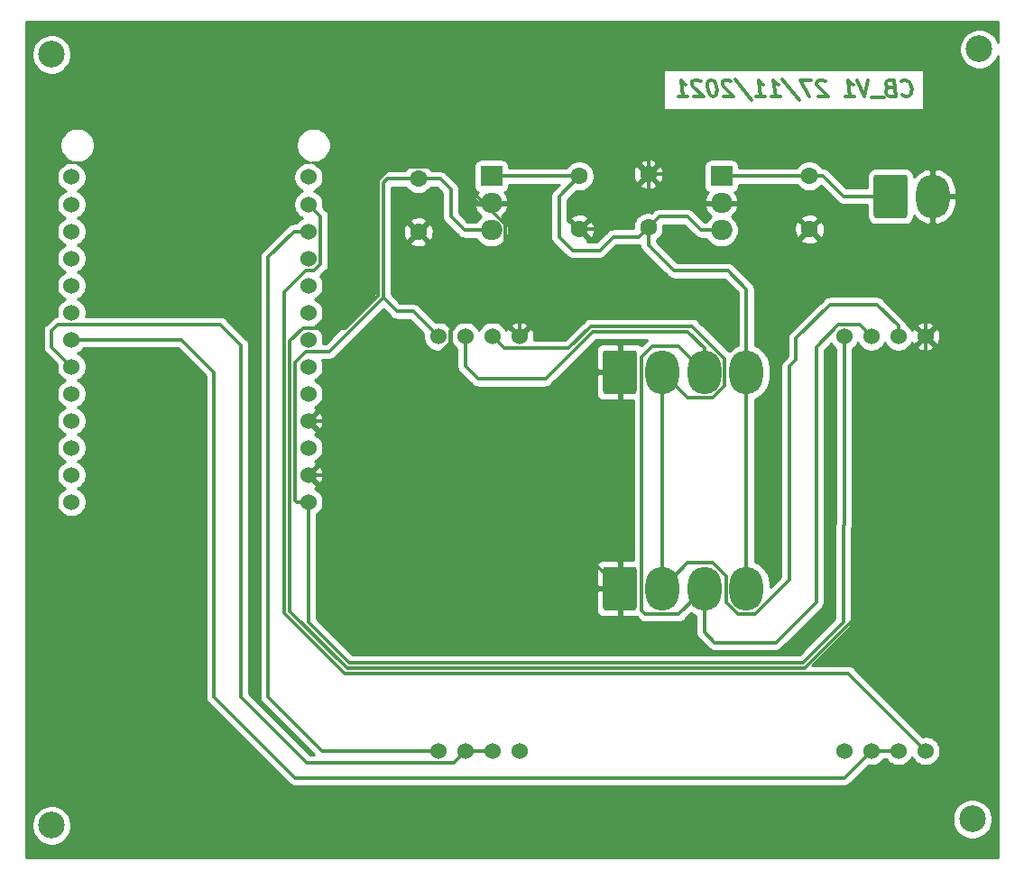
<source format=gbl>
%TF.GenerationSoftware,KiCad,Pcbnew,(5.1.10)-1*%
%TF.CreationDate,2021-11-27T19:49:19-05:00*%
%TF.ProjectId,Escollera.kicad_pcb_under,4573636f-6c6c-4657-9261-2e6b69636164,rev?*%
%TF.SameCoordinates,Original*%
%TF.FileFunction,Copper,L2,Bot*%
%TF.FilePolarity,Positive*%
%FSLAX46Y46*%
G04 Gerber Fmt 4.6, Leading zero omitted, Abs format (unit mm)*
G04 Created by KiCad (PCBNEW (5.1.10)-1) date 2021-11-27 19:49:19*
%MOMM*%
%LPD*%
G01*
G04 APERTURE LIST*
%TA.AperFunction,NonConductor*%
%ADD10C,0.300000*%
%TD*%
%TA.AperFunction,ComponentPad*%
%ADD11C,1.600000*%
%TD*%
%TA.AperFunction,ComponentPad*%
%ADD12C,1.524000*%
%TD*%
%TA.AperFunction,ComponentPad*%
%ADD13O,3.160000X4.100000*%
%TD*%
%TA.AperFunction,ComponentPad*%
%ADD14R,2.000000X1.905000*%
%TD*%
%TA.AperFunction,ComponentPad*%
%ADD15O,2.000000X1.905000*%
%TD*%
%TA.AperFunction,ViaPad*%
%ADD16C,2.500000*%
%TD*%
%TA.AperFunction,Conductor*%
%ADD17C,0.300000*%
%TD*%
%TA.AperFunction,Conductor*%
%ADD18C,0.254000*%
%TD*%
%TA.AperFunction,Conductor*%
%ADD19C,0.100000*%
%TD*%
G04 APERTURE END LIST*
D10*
X181469142Y-62829214D02*
X181549500Y-62900642D01*
X181772714Y-62972071D01*
X181915571Y-62972071D01*
X182120928Y-62900642D01*
X182245928Y-62757785D01*
X182299500Y-62614928D01*
X182335214Y-62329214D01*
X182308428Y-62114928D01*
X182201285Y-61829214D01*
X182112000Y-61686357D01*
X181951285Y-61543500D01*
X181728071Y-61472071D01*
X181585214Y-61472071D01*
X181379857Y-61543500D01*
X181317357Y-61614928D01*
X180245928Y-62186357D02*
X180040571Y-62257785D01*
X179978071Y-62329214D01*
X179924500Y-62472071D01*
X179951285Y-62686357D01*
X180040571Y-62829214D01*
X180120928Y-62900642D01*
X180272714Y-62972071D01*
X180844142Y-62972071D01*
X180656642Y-61472071D01*
X180156642Y-61472071D01*
X180022714Y-61543500D01*
X179960214Y-61614928D01*
X179906642Y-61757785D01*
X179924500Y-61900642D01*
X180013785Y-62043500D01*
X180094142Y-62114928D01*
X180245928Y-62186357D01*
X180745928Y-62186357D01*
X179719142Y-63114928D02*
X178576285Y-63114928D01*
X178228071Y-61472071D02*
X177915571Y-62972071D01*
X177228071Y-61472071D01*
X176129857Y-62972071D02*
X176987000Y-62972071D01*
X176558428Y-62972071D02*
X176370928Y-61472071D01*
X176540571Y-61686357D01*
X176701285Y-61829214D01*
X176853071Y-61900642D01*
X174245928Y-61614928D02*
X174165571Y-61543500D01*
X174013785Y-61472071D01*
X173656642Y-61472071D01*
X173522714Y-61543500D01*
X173460214Y-61614928D01*
X173406642Y-61757785D01*
X173424500Y-61900642D01*
X173522714Y-62114928D01*
X174487000Y-62972071D01*
X173558428Y-62972071D01*
X172870928Y-61472071D02*
X171870928Y-61472071D01*
X172701285Y-62972071D01*
X170219142Y-61400642D02*
X171745928Y-63329214D01*
X169129857Y-62972071D02*
X169987000Y-62972071D01*
X169558428Y-62972071D02*
X169370928Y-61472071D01*
X169540571Y-61686357D01*
X169701285Y-61829214D01*
X169853071Y-61900642D01*
X167701285Y-62972071D02*
X168558428Y-62972071D01*
X168129857Y-62972071D02*
X167942357Y-61472071D01*
X168112000Y-61686357D01*
X168272714Y-61829214D01*
X168424500Y-61900642D01*
X165790571Y-61400642D02*
X167317357Y-63329214D01*
X165388785Y-61614928D02*
X165308428Y-61543500D01*
X165156642Y-61472071D01*
X164799500Y-61472071D01*
X164665571Y-61543500D01*
X164603071Y-61614928D01*
X164549500Y-61757785D01*
X164567357Y-61900642D01*
X164665571Y-62114928D01*
X165629857Y-62972071D01*
X164701285Y-62972071D01*
X163585214Y-61472071D02*
X163442357Y-61472071D01*
X163308428Y-61543500D01*
X163245928Y-61614928D01*
X163192357Y-61757785D01*
X163156642Y-62043500D01*
X163201285Y-62400642D01*
X163308428Y-62686357D01*
X163397714Y-62829214D01*
X163478071Y-62900642D01*
X163629857Y-62972071D01*
X163772714Y-62972071D01*
X163906642Y-62900642D01*
X163969142Y-62829214D01*
X164022714Y-62686357D01*
X164058428Y-62400642D01*
X164013785Y-62043500D01*
X163906642Y-61757785D01*
X163817357Y-61614928D01*
X163737000Y-61543500D01*
X163585214Y-61472071D01*
X162531642Y-61614928D02*
X162451285Y-61543500D01*
X162299500Y-61472071D01*
X161942357Y-61472071D01*
X161808428Y-61543500D01*
X161745928Y-61614928D01*
X161692357Y-61757785D01*
X161710214Y-61900642D01*
X161808428Y-62114928D01*
X162772714Y-62972071D01*
X161844142Y-62972071D01*
X160415571Y-62972071D02*
X161272714Y-62972071D01*
X160844142Y-62972071D02*
X160656642Y-61472071D01*
X160826285Y-61686357D01*
X160987000Y-61829214D01*
X161138785Y-61900642D01*
D11*
%TO.P,C4,2*%
%TO.N,GND*%
X136017000Y-75739000D03*
%TO.P,C4,1*%
%TO.N,Net-(C4-Pad1)*%
X136017000Y-70739000D03*
%TD*%
D12*
%TO.P,U4,1*%
%TO.N,Net-(U4-Pad1)*%
X175995000Y-124460000D03*
%TO.P,U4,2*%
%TO.N,Net-(U4-Pad2)*%
X178535000Y-124460000D03*
%TO.P,U4,3*%
X181075000Y-124460000D03*
%TO.P,U4,4*%
%TO.N,Net-(U4-Pad4)*%
X183615000Y-124460000D03*
%TO.P,U4,5*%
%TO.N,GND*%
X183615000Y-85540000D03*
%TO.P,U4,6*%
%TO.N,Net-(J2-Pad2)*%
X181075000Y-85540000D03*
%TO.P,U4,7*%
%TO.N,Net-(J2-Pad3)*%
X178535000Y-85540000D03*
%TO.P,U4,8*%
%TO.N,Net-(C4-Pad1)*%
X175995000Y-85540000D03*
%TD*%
D11*
%TO.P,C2,1*%
%TO.N,Net-(C2-Pad1)*%
X172720000Y-70485000D03*
%TO.P,C2,2*%
%TO.N,GND*%
X172720000Y-75485000D03*
%TD*%
%TO.P,C1,1*%
%TO.N,Net-(C1-Pad1)*%
X151130000Y-70485000D03*
%TO.P,C1,2*%
%TO.N,GND*%
X151130000Y-75485000D03*
%TD*%
%TO.P,C3,2*%
%TO.N,GND*%
X157607000Y-70311000D03*
%TO.P,C3,1*%
%TO.N,Net-(C1-Pad1)*%
X157607000Y-75311000D03*
%TD*%
%TO.P,J1,1*%
%TO.N,Net-(C2-Pad1)*%
%TA.AperFunction,ComponentPad*%
G36*
G01*
X178760000Y-74190000D02*
X178760000Y-70590000D01*
G75*
G02*
X179010000Y-70340000I250000J0D01*
G01*
X181670000Y-70340000D01*
G75*
G02*
X181920000Y-70590000I0J-250000D01*
G01*
X181920000Y-74190000D01*
G75*
G02*
X181670000Y-74440000I-250000J0D01*
G01*
X179010000Y-74440000D01*
G75*
G02*
X178760000Y-74190000I0J250000D01*
G01*
G37*
%TD.AperFunction*%
D13*
%TO.P,J1,2*%
%TO.N,GND*%
X184300000Y-72390000D03*
%TD*%
%TO.P,J2,4*%
%TO.N,Net-(C1-Pad1)*%
X166820000Y-88900000D03*
%TO.P,J2,3*%
%TO.N,Net-(J2-Pad3)*%
X162860000Y-88900000D03*
%TO.P,J2,2*%
%TO.N,Net-(J2-Pad2)*%
X158900000Y-88900000D03*
%TO.P,J2,1*%
%TO.N,GND*%
%TA.AperFunction,ComponentPad*%
G36*
G01*
X153360000Y-90700000D02*
X153360000Y-87100000D01*
G75*
G02*
X153610000Y-86850000I250000J0D01*
G01*
X156270000Y-86850000D01*
G75*
G02*
X156520000Y-87100000I0J-250000D01*
G01*
X156520000Y-90700000D01*
G75*
G02*
X156270000Y-90950000I-250000J0D01*
G01*
X153610000Y-90950000D01*
G75*
G02*
X153360000Y-90700000I0J250000D01*
G01*
G37*
%TD.AperFunction*%
%TD*%
%TO.P,J3,1*%
%TO.N,GND*%
%TA.AperFunction,ComponentPad*%
G36*
G01*
X153360000Y-111020000D02*
X153360000Y-107420000D01*
G75*
G02*
X153610000Y-107170000I250000J0D01*
G01*
X156270000Y-107170000D01*
G75*
G02*
X156520000Y-107420000I0J-250000D01*
G01*
X156520000Y-111020000D01*
G75*
G02*
X156270000Y-111270000I-250000J0D01*
G01*
X153610000Y-111270000D01*
G75*
G02*
X153360000Y-111020000I0J250000D01*
G01*
G37*
%TD.AperFunction*%
%TO.P,J3,2*%
%TO.N,Net-(J2-Pad2)*%
X158900000Y-109220000D03*
%TO.P,J3,3*%
%TO.N,Net-(J2-Pad3)*%
X162860000Y-109220000D03*
%TO.P,J3,4*%
%TO.N,Net-(C1-Pad1)*%
X166820000Y-109220000D03*
%TD*%
D14*
%TO.P,U1,1*%
%TO.N,Net-(C2-Pad1)*%
X164465000Y-70485000D03*
D15*
%TO.P,U1,2*%
%TO.N,GND*%
X164465000Y-73025000D03*
%TO.P,U1,3*%
%TO.N,Net-(C1-Pad1)*%
X164465000Y-75565000D03*
%TD*%
%TO.P,U2,3*%
%TO.N,Net-(C4-Pad1)*%
X142875000Y-75565000D03*
%TO.P,U2,2*%
%TO.N,GND*%
X142875000Y-73025000D03*
D14*
%TO.P,U2,1*%
%TO.N,Net-(C1-Pad1)*%
X142875000Y-70485000D03*
%TD*%
D12*
%TO.P,U3,8*%
%TO.N,Net-(C4-Pad1)*%
X137895000Y-85540000D03*
%TO.P,U3,7*%
%TO.N,Net-(J2-Pad3)*%
X140435000Y-85540000D03*
%TO.P,U3,6*%
%TO.N,Net-(J2-Pad2)*%
X142975000Y-85540000D03*
%TO.P,U3,5*%
%TO.N,GND*%
X145515000Y-85540000D03*
%TO.P,U3,4*%
%TO.N,Net-(U3-Pad4)*%
X145515000Y-124460000D03*
%TO.P,U3,3*%
%TO.N,Net-(U3-Pad2)*%
X142975000Y-124460000D03*
%TO.P,U3,2*%
X140435000Y-124460000D03*
%TO.P,U3,1*%
%TO.N,Net-(U3-Pad1)*%
X137895000Y-124460000D03*
%TD*%
%TO.P,U5,5V*%
%TO.N,Net-(C4-Pad1)*%
X125720000Y-101090000D03*
%TO.P,U5,GND*%
%TO.N,GND*%
X125720000Y-98550000D03*
%TO.P,U5,3.3V*%
%TO.N,Net-(U5-Pad3.3V)*%
X125720000Y-96010000D03*
%TO.P,U5,GND*%
%TO.N,GND*%
X125720000Y-93470000D03*
%TO.P,U5,26*%
%TO.N,Net-(U5-Pad26)*%
X125720000Y-90930000D03*
%TO.P,U5,LoRa1*%
%TO.N,Net-(U5-PadLoRa1)*%
X125720000Y-88390000D03*
%TO.P,U5,LoRa2*%
%TO.N,Net-(U5-PadLoRa2)*%
X125720000Y-85850000D03*
%TO.P,U5,19*%
%TO.N,Net-(U5-Pad19)*%
X125720000Y-83310000D03*
%TO.P,U5,23*%
%TO.N,Net-(U5-Pad23)*%
X125720000Y-80770000D03*
%TO.P,U5,22*%
%TO.N,Net-(U5-Pad22)*%
X125720000Y-78230000D03*
%TO.P,U5,RX0*%
%TO.N,Net-(U3-Pad1)*%
X125720000Y-75690000D03*
%TO.P,U5,TX0*%
%TO.N,Net-(U4-Pad4)*%
X125720000Y-73150000D03*
%TO.P,U5,21*%
%TO.N,Net-(U5-Pad21)*%
X125720000Y-70580000D03*
%TO.P,U5,25*%
%TO.N,Net-(U5-Pad25)*%
X103470000Y-101090000D03*
%TO.P,U5,4*%
%TO.N,Net-(U5-Pad4)*%
X103470000Y-98550000D03*
%TO.P,U5,0*%
%TO.N,Net-(U5-Pad0)*%
X103470000Y-96010000D03*
%TO.P,U5,2*%
%TO.N,Net-(U5-Pad2)*%
X103470000Y-93470000D03*
%TO.P,U5,15*%
%TO.N,Net-(U5-Pad15)*%
X103470000Y-90930000D03*
%TO.P,U5,13*%
%TO.N,Net-(U3-Pad2)*%
X103470000Y-88390000D03*
%TO.P,U5,12*%
%TO.N,Net-(U4-Pad2)*%
X103470000Y-85850000D03*
%TO.P,U5,14*%
%TO.N,Net-(U5-Pad14)*%
X103470000Y-83310000D03*
%TO.P,U5,35*%
%TO.N,Net-(U5-Pad35)*%
X103470000Y-80770000D03*
%TO.P,U5,34*%
%TO.N,Net-(U5-Pad34)*%
X103470000Y-78230000D03*
%TO.P,U5,RST*%
%TO.N,Net-(U5-PadRST)*%
X103470000Y-75690000D03*
%TO.P,U5,39*%
%TO.N,Net-(U5-Pad39)*%
X103470000Y-73150000D03*
%TO.P,U5,36*%
%TO.N,Net-(U5-Pad36)*%
X103470000Y-70580000D03*
%TD*%
D16*
%TO.N,*%
X101600000Y-131445000D03*
X188023500Y-130873500D03*
X188658500Y-58547000D03*
X101600000Y-59055000D03*
%TD*%
D17*
%TO.N,GND*%
X184300000Y-72390000D02*
X184300000Y-75415000D01*
X184300000Y-75415000D02*
X182880000Y-76835000D01*
X182880000Y-76835000D02*
X173990000Y-76835000D01*
X172720000Y-75565000D02*
X172720000Y-75485000D01*
X173990000Y-76835000D02*
X172720000Y-75565000D01*
X172720000Y-75485000D02*
X171450000Y-74215000D01*
X171450000Y-74215000D02*
X171450000Y-73660000D01*
X170815000Y-73025000D02*
X164465000Y-73025000D01*
X171450000Y-73660000D02*
X170815000Y-73025000D01*
X157607000Y-70311000D02*
X161116000Y-70311000D01*
X161116000Y-70311000D02*
X161925000Y-71120000D01*
X161925000Y-71120000D02*
X161925000Y-72390000D01*
X162560000Y-73025000D02*
X164465000Y-73025000D01*
X161925000Y-72390000D02*
X162560000Y-73025000D01*
X142875000Y-73025000D02*
X141605000Y-73025000D01*
X141605000Y-73025000D02*
X140335000Y-71755000D01*
X140335000Y-71755000D02*
X140335000Y-69850000D01*
X140335000Y-69850000D02*
X142875000Y-67310000D01*
X142875000Y-67310000D02*
X156210000Y-67310000D01*
X157607000Y-68707000D02*
X157607000Y-70311000D01*
X156210000Y-67310000D02*
X157607000Y-68707000D01*
X151130000Y-75485000D02*
X152480000Y-75485000D01*
X152480000Y-75485000D02*
X154305000Y-73660000D01*
X154305000Y-73660000D02*
X155575000Y-73660000D01*
X157607000Y-71628000D02*
X157607000Y-70311000D01*
X155575000Y-73660000D02*
X157607000Y-71628000D01*
X142875000Y-73025000D02*
X145415000Y-73025000D01*
X145415000Y-73025000D02*
X147320000Y-74930000D01*
X147320000Y-74930000D02*
X147320000Y-77470000D01*
X147320000Y-77470000D02*
X146050000Y-78740000D01*
X139018000Y-78740000D02*
X136017000Y-75739000D01*
X146050000Y-78740000D02*
X139018000Y-78740000D01*
X145515000Y-85540000D02*
X145515000Y-79275000D01*
X145515000Y-79275000D02*
X146050000Y-78740000D01*
X154940000Y-88900000D02*
X154940000Y-109220000D01*
X145515000Y-85540000D02*
X143510000Y-83535000D01*
X143510000Y-83535000D02*
X139985000Y-83535000D01*
X139985000Y-83535000D02*
X139065000Y-84455000D01*
X131610762Y-93470000D02*
X125720000Y-93470000D01*
X139065000Y-86015762D02*
X131610762Y-93470000D01*
X139065000Y-84455000D02*
X139065000Y-86015762D01*
X182880000Y-76835000D02*
X182880000Y-78105000D01*
X183615000Y-78840000D02*
X183615000Y-85540000D01*
X182880000Y-78105000D02*
X183615000Y-78840000D01*
X139007001Y-93287001D02*
X154940000Y-109220000D01*
X139007001Y-85006239D02*
X139007001Y-93287001D01*
X144225010Y-79788230D02*
X139007001Y-85006239D01*
X144225010Y-75025483D02*
X144225010Y-79788230D01*
X133538881Y-69588999D02*
X138788526Y-69588999D01*
X132214990Y-70912890D02*
X133538881Y-69588999D01*
X132214990Y-81707890D02*
X132214990Y-70912890D01*
X129184881Y-84737999D02*
X132214990Y-81707890D01*
X125186239Y-84737999D02*
X129184881Y-84737999D01*
X123959990Y-85964248D02*
X125186239Y-84737999D01*
X129332890Y-116705010D02*
X123959990Y-111332110D01*
X172292110Y-116705010D02*
X129332890Y-116705010D01*
X123959990Y-111332110D02*
X123959990Y-85964248D01*
X183615000Y-105382120D02*
X172292110Y-116705010D01*
X138788526Y-69588999D02*
X144225010Y-75025483D01*
X183615000Y-85540000D02*
X183615000Y-105382120D01*
X125720000Y-93470000D02*
X128270000Y-96020000D01*
X128270000Y-96020000D02*
X128270000Y-97790000D01*
X127510000Y-98550000D02*
X125720000Y-98550000D01*
X128270000Y-97790000D02*
X127510000Y-98550000D01*
%TO.N,Net-(C1-Pad1)*%
X164465000Y-75565000D02*
X162560000Y-75565000D01*
X162560000Y-75565000D02*
X161290000Y-74295000D01*
X158623000Y-74295000D02*
X157607000Y-75311000D01*
X161290000Y-74295000D02*
X158623000Y-74295000D01*
X157607000Y-75311000D02*
X157607000Y-76962000D01*
X157607000Y-76962000D02*
X160020000Y-79375000D01*
X160020000Y-79375000D02*
X165100000Y-79375000D01*
X166820000Y-81095000D02*
X166820000Y-88900000D01*
X165100000Y-79375000D02*
X166820000Y-81095000D01*
X157607000Y-75311000D02*
X156718000Y-76200000D01*
X156718000Y-76200000D02*
X154305000Y-76200000D01*
X154305000Y-76200000D02*
X153035000Y-77470000D01*
X153035000Y-77470000D02*
X150495000Y-77470000D01*
X150495000Y-77470000D02*
X149225000Y-76200000D01*
X149225000Y-72390000D02*
X151130000Y-70485000D01*
X149225000Y-76200000D02*
X149225000Y-72390000D01*
X142875000Y-70485000D02*
X151130000Y-70485000D01*
X166820000Y-109220000D02*
X166820000Y-88900000D01*
%TO.N,Net-(C2-Pad1)*%
X180340000Y-72390000D02*
X175895000Y-72390000D01*
X173990000Y-70485000D02*
X172720000Y-70485000D01*
X175895000Y-72390000D02*
X173990000Y-70485000D01*
X172720000Y-70485000D02*
X164465000Y-70485000D01*
%TO.N,Net-(C4-Pad1)*%
X142875000Y-75565000D02*
X140335000Y-75565000D01*
X140335000Y-75565000D02*
X139065000Y-74295000D01*
X139065000Y-74295000D02*
X139065000Y-71755000D01*
X138049000Y-70739000D02*
X136017000Y-70739000D01*
X139065000Y-71755000D02*
X138049000Y-70739000D01*
X136017000Y-70739000D02*
X133096000Y-70739000D01*
X133096000Y-70739000D02*
X132715000Y-71120000D01*
X132715000Y-71120000D02*
X132715000Y-81915000D01*
X132715000Y-81915000D02*
X133985000Y-83185000D01*
X135540000Y-83185000D02*
X137895000Y-85540000D01*
X133985000Y-83185000D02*
X135540000Y-83185000D01*
X125720000Y-101090000D02*
X124585000Y-101090000D01*
X124585000Y-101090000D02*
X124460000Y-100965000D01*
X127667999Y-86962001D02*
X132715000Y-81915000D01*
X125502237Y-86962001D02*
X127667999Y-86962001D01*
X124460000Y-88004238D02*
X125502237Y-86962001D01*
X124460000Y-100965000D02*
X124460000Y-88004238D01*
X175995000Y-103244446D02*
X175895000Y-103344446D01*
X175995000Y-85540000D02*
X175995000Y-103244446D01*
X175895000Y-103344446D02*
X175895000Y-112395000D01*
X175895000Y-112395000D02*
X172085000Y-116205000D01*
X172085000Y-116205000D02*
X129540000Y-116205000D01*
X125720000Y-112385000D02*
X125720000Y-101090000D01*
X129540000Y-116205000D02*
X125720000Y-112385000D01*
%TO.N,Net-(J2-Pad3)*%
X140435000Y-85540000D02*
X140435000Y-85625000D01*
X175461239Y-84427999D02*
X173355000Y-86534238D01*
X177422999Y-84427999D02*
X175461239Y-84427999D01*
X178535000Y-85540000D02*
X177422999Y-84427999D01*
X173355000Y-86534238D02*
X173355000Y-110490000D01*
X173355000Y-110490000D02*
X169545000Y-114300000D01*
X169545000Y-114300000D02*
X163830000Y-114300000D01*
X162860000Y-113330000D02*
X162860000Y-109220000D01*
X163830000Y-114300000D02*
X162860000Y-113330000D01*
X162860000Y-88900000D02*
X162860000Y-86660000D01*
X162860000Y-86660000D02*
X161290000Y-85090000D01*
X161290000Y-85090000D02*
X152400000Y-85090000D01*
X152400000Y-85090000D02*
X147955000Y-89535000D01*
X147955000Y-89535000D02*
X141605000Y-89535000D01*
X140435000Y-88365000D02*
X140435000Y-85540000D01*
X141605000Y-89535000D02*
X140435000Y-88365000D01*
X160459990Y-86499990D02*
X162860000Y-88900000D01*
X157975010Y-86499990D02*
X160459990Y-86499990D01*
X156969990Y-111249990D02*
X156969990Y-87505010D01*
X156969990Y-87505010D02*
X157975010Y-86499990D01*
X160459990Y-111620010D02*
X157340010Y-111620010D01*
X157340010Y-111620010D02*
X156969990Y-111249990D01*
X162860000Y-109220000D02*
X160459990Y-111620010D01*
%TO.N,Net-(J2-Pad2)*%
X158900000Y-109220000D02*
X158900000Y-88900000D01*
X163659436Y-91300010D02*
X161300010Y-91300010D01*
X164790010Y-90169436D02*
X163659436Y-91300010D01*
X164790010Y-87630564D02*
X164790010Y-90169436D01*
X161749438Y-84589992D02*
X164790010Y-87630564D01*
X152192888Y-84589992D02*
X161749438Y-84589992D01*
X150130879Y-86652001D02*
X152192888Y-84589992D01*
X161300010Y-91300010D02*
X158900000Y-88900000D01*
X144087001Y-86652001D02*
X150130879Y-86652001D01*
X142975000Y-85540000D02*
X144087001Y-86652001D01*
X166020564Y-111620010D02*
X167619436Y-111620010D01*
X167619436Y-111620010D02*
X170815000Y-108424446D01*
X164889990Y-110489436D02*
X166020564Y-111620010D01*
X164889990Y-108050544D02*
X164889990Y-110489436D01*
X163659436Y-106819990D02*
X164889990Y-108050544D01*
X161300010Y-106819990D02*
X163659436Y-106819990D01*
X158900000Y-109220000D02*
X161300010Y-106819990D01*
X170815000Y-88367118D02*
X171450000Y-87732118D01*
X170815000Y-108424446D02*
X170815000Y-88367118D01*
X171450000Y-87732118D02*
X171450000Y-85725000D01*
X171450000Y-85725000D02*
X174625000Y-82550000D01*
X174625000Y-82550000D02*
X179070000Y-82550000D01*
X181075000Y-84555000D02*
X181075000Y-85540000D01*
X179070000Y-82550000D02*
X181075000Y-84555000D01*
%TO.N,Net-(U3-Pad1)*%
X137895000Y-124460000D02*
X127000000Y-124460000D01*
X127000000Y-124460000D02*
X121920000Y-119380000D01*
X121920000Y-119380000D02*
X121920000Y-78105000D01*
X124335000Y-75690000D02*
X125720000Y-75690000D01*
X121920000Y-78105000D02*
X124335000Y-75690000D01*
%TO.N,Net-(U3-Pad2)*%
X140435000Y-124460000D02*
X142975000Y-124460000D01*
X139322999Y-125572001D02*
X125572001Y-125572001D01*
X140435000Y-124460000D02*
X139322999Y-125572001D01*
X125572001Y-125572001D02*
X119380000Y-119380000D01*
X119380000Y-119380000D02*
X119380000Y-86360000D01*
X117442001Y-84422001D02*
X102202001Y-84422001D01*
X119380000Y-86360000D02*
X117442001Y-84422001D01*
X102202001Y-84422001D02*
X101600000Y-85024002D01*
X101600000Y-86520000D02*
X103470000Y-88390000D01*
X101600000Y-85024002D02*
X101600000Y-86520000D01*
%TO.N,Net-(U4-Pad2)*%
X181075000Y-124460000D02*
X178535000Y-124460000D01*
X178535000Y-124460000D02*
X175995000Y-127000000D01*
X175995000Y-127000000D02*
X124460000Y-127000000D01*
X124460000Y-127000000D02*
X116840000Y-119380000D01*
X116840000Y-119380000D02*
X116840000Y-88900000D01*
X113790000Y-85850000D02*
X103470000Y-85850000D01*
X116840000Y-88900000D02*
X113790000Y-85850000D01*
%TO.N,Net-(U4-Pad4)*%
X126832001Y-78763761D02*
X126832001Y-74262001D01*
X126253761Y-79342001D02*
X126832001Y-78763761D01*
X123459982Y-81384256D02*
X125502237Y-79342001D01*
X126832001Y-74262001D02*
X125720000Y-73150000D01*
X123459982Y-111539222D02*
X123459982Y-81384256D01*
X129125780Y-117205020D02*
X123459982Y-111539222D01*
X176360020Y-117205020D02*
X129125780Y-117205020D01*
X125502237Y-79342001D02*
X126253761Y-79342001D01*
X183615000Y-124460000D02*
X176360020Y-117205020D01*
%TD*%
D18*
%TO.N,GND*%
X190436500Y-57913728D02*
X190328966Y-57654118D01*
X190122675Y-57345382D01*
X189860118Y-57082825D01*
X189551382Y-56876534D01*
X189208334Y-56734439D01*
X188844156Y-56662000D01*
X188472844Y-56662000D01*
X188108666Y-56734439D01*
X187765618Y-56876534D01*
X187456882Y-57082825D01*
X187194325Y-57345382D01*
X186988034Y-57654118D01*
X186845939Y-57997166D01*
X186773500Y-58361344D01*
X186773500Y-58732656D01*
X186845939Y-59096834D01*
X186988034Y-59439882D01*
X187194325Y-59748618D01*
X187456882Y-60011175D01*
X187765618Y-60217466D01*
X188108666Y-60359561D01*
X188472844Y-60432000D01*
X188844156Y-60432000D01*
X189208334Y-60359561D01*
X189551382Y-60217466D01*
X189860118Y-60011175D01*
X190122675Y-59748618D01*
X190328966Y-59439882D01*
X190436500Y-59180272D01*
X190436500Y-134493000D01*
X99187000Y-134493000D01*
X99187000Y-131259344D01*
X99715000Y-131259344D01*
X99715000Y-131630656D01*
X99787439Y-131994834D01*
X99929534Y-132337882D01*
X100135825Y-132646618D01*
X100398382Y-132909175D01*
X100707118Y-133115466D01*
X101050166Y-133257561D01*
X101414344Y-133330000D01*
X101785656Y-133330000D01*
X102149834Y-133257561D01*
X102492882Y-133115466D01*
X102801618Y-132909175D01*
X103064175Y-132646618D01*
X103270466Y-132337882D01*
X103412561Y-131994834D01*
X103485000Y-131630656D01*
X103485000Y-131259344D01*
X103412561Y-130895166D01*
X103326686Y-130687844D01*
X186138500Y-130687844D01*
X186138500Y-131059156D01*
X186210939Y-131423334D01*
X186353034Y-131766382D01*
X186559325Y-132075118D01*
X186821882Y-132337675D01*
X187130618Y-132543966D01*
X187473666Y-132686061D01*
X187837844Y-132758500D01*
X188209156Y-132758500D01*
X188573334Y-132686061D01*
X188916382Y-132543966D01*
X189225118Y-132337675D01*
X189487675Y-132075118D01*
X189693966Y-131766382D01*
X189836061Y-131423334D01*
X189908500Y-131059156D01*
X189908500Y-130687844D01*
X189836061Y-130323666D01*
X189693966Y-129980618D01*
X189487675Y-129671882D01*
X189225118Y-129409325D01*
X188916382Y-129203034D01*
X188573334Y-129060939D01*
X188209156Y-128988500D01*
X187837844Y-128988500D01*
X187473666Y-129060939D01*
X187130618Y-129203034D01*
X186821882Y-129409325D01*
X186559325Y-129671882D01*
X186353034Y-129980618D01*
X186210939Y-130323666D01*
X186138500Y-130687844D01*
X103326686Y-130687844D01*
X103270466Y-130552118D01*
X103064175Y-130243382D01*
X102801618Y-129980825D01*
X102492882Y-129774534D01*
X102149834Y-129632439D01*
X101785656Y-129560000D01*
X101414344Y-129560000D01*
X101050166Y-129632439D01*
X100707118Y-129774534D01*
X100398382Y-129980825D01*
X100135825Y-130243382D01*
X99929534Y-130552118D01*
X99787439Y-130895166D01*
X99715000Y-131259344D01*
X99187000Y-131259344D01*
X99187000Y-85024002D01*
X100811203Y-85024002D01*
X100815000Y-85062555D01*
X100815001Y-86481438D01*
X100811203Y-86520000D01*
X100826359Y-86673886D01*
X100871246Y-86821859D01*
X100886288Y-86850000D01*
X100944139Y-86958233D01*
X100972672Y-86993000D01*
X101017655Y-87047812D01*
X101017659Y-87047816D01*
X101042237Y-87077764D01*
X101072185Y-87102342D01*
X102097762Y-88127920D01*
X102073000Y-88252408D01*
X102073000Y-88527592D01*
X102126686Y-88797490D01*
X102231995Y-89051727D01*
X102384880Y-89280535D01*
X102579465Y-89475120D01*
X102808273Y-89628005D01*
X102885515Y-89660000D01*
X102808273Y-89691995D01*
X102579465Y-89844880D01*
X102384880Y-90039465D01*
X102231995Y-90268273D01*
X102126686Y-90522510D01*
X102073000Y-90792408D01*
X102073000Y-91067592D01*
X102126686Y-91337490D01*
X102231995Y-91591727D01*
X102384880Y-91820535D01*
X102579465Y-92015120D01*
X102808273Y-92168005D01*
X102885515Y-92200000D01*
X102808273Y-92231995D01*
X102579465Y-92384880D01*
X102384880Y-92579465D01*
X102231995Y-92808273D01*
X102126686Y-93062510D01*
X102073000Y-93332408D01*
X102073000Y-93607592D01*
X102126686Y-93877490D01*
X102231995Y-94131727D01*
X102384880Y-94360535D01*
X102579465Y-94555120D01*
X102808273Y-94708005D01*
X102885515Y-94740000D01*
X102808273Y-94771995D01*
X102579465Y-94924880D01*
X102384880Y-95119465D01*
X102231995Y-95348273D01*
X102126686Y-95602510D01*
X102073000Y-95872408D01*
X102073000Y-96147592D01*
X102126686Y-96417490D01*
X102231995Y-96671727D01*
X102384880Y-96900535D01*
X102579465Y-97095120D01*
X102808273Y-97248005D01*
X102885515Y-97280000D01*
X102808273Y-97311995D01*
X102579465Y-97464880D01*
X102384880Y-97659465D01*
X102231995Y-97888273D01*
X102126686Y-98142510D01*
X102073000Y-98412408D01*
X102073000Y-98687592D01*
X102126686Y-98957490D01*
X102231995Y-99211727D01*
X102384880Y-99440535D01*
X102579465Y-99635120D01*
X102808273Y-99788005D01*
X102885515Y-99820000D01*
X102808273Y-99851995D01*
X102579465Y-100004880D01*
X102384880Y-100199465D01*
X102231995Y-100428273D01*
X102126686Y-100682510D01*
X102073000Y-100952408D01*
X102073000Y-101227592D01*
X102126686Y-101497490D01*
X102231995Y-101751727D01*
X102384880Y-101980535D01*
X102579465Y-102175120D01*
X102808273Y-102328005D01*
X103062510Y-102433314D01*
X103332408Y-102487000D01*
X103607592Y-102487000D01*
X103877490Y-102433314D01*
X104131727Y-102328005D01*
X104360535Y-102175120D01*
X104555120Y-101980535D01*
X104708005Y-101751727D01*
X104813314Y-101497490D01*
X104867000Y-101227592D01*
X104867000Y-100952408D01*
X104813314Y-100682510D01*
X104708005Y-100428273D01*
X104555120Y-100199465D01*
X104360535Y-100004880D01*
X104131727Y-99851995D01*
X104054485Y-99820000D01*
X104131727Y-99788005D01*
X104360535Y-99635120D01*
X104555120Y-99440535D01*
X104708005Y-99211727D01*
X104813314Y-98957490D01*
X104867000Y-98687592D01*
X104867000Y-98412408D01*
X104813314Y-98142510D01*
X104708005Y-97888273D01*
X104555120Y-97659465D01*
X104360535Y-97464880D01*
X104131727Y-97311995D01*
X104054485Y-97280000D01*
X104131727Y-97248005D01*
X104360535Y-97095120D01*
X104555120Y-96900535D01*
X104708005Y-96671727D01*
X104813314Y-96417490D01*
X104867000Y-96147592D01*
X104867000Y-95872408D01*
X104813314Y-95602510D01*
X104708005Y-95348273D01*
X104555120Y-95119465D01*
X104360535Y-94924880D01*
X104131727Y-94771995D01*
X104054485Y-94740000D01*
X104131727Y-94708005D01*
X104360535Y-94555120D01*
X104555120Y-94360535D01*
X104708005Y-94131727D01*
X104813314Y-93877490D01*
X104867000Y-93607592D01*
X104867000Y-93332408D01*
X104813314Y-93062510D01*
X104708005Y-92808273D01*
X104555120Y-92579465D01*
X104360535Y-92384880D01*
X104131727Y-92231995D01*
X104054485Y-92200000D01*
X104131727Y-92168005D01*
X104360535Y-92015120D01*
X104555120Y-91820535D01*
X104708005Y-91591727D01*
X104813314Y-91337490D01*
X104867000Y-91067592D01*
X104867000Y-90792408D01*
X104813314Y-90522510D01*
X104708005Y-90268273D01*
X104555120Y-90039465D01*
X104360535Y-89844880D01*
X104131727Y-89691995D01*
X104054485Y-89660000D01*
X104131727Y-89628005D01*
X104360535Y-89475120D01*
X104555120Y-89280535D01*
X104708005Y-89051727D01*
X104813314Y-88797490D01*
X104867000Y-88527592D01*
X104867000Y-88252408D01*
X104813314Y-87982510D01*
X104708005Y-87728273D01*
X104555120Y-87499465D01*
X104360535Y-87304880D01*
X104131727Y-87151995D01*
X104054485Y-87120000D01*
X104131727Y-87088005D01*
X104360535Y-86935120D01*
X104555120Y-86740535D01*
X104625636Y-86635000D01*
X113464843Y-86635000D01*
X116055001Y-89225159D01*
X116055000Y-119341447D01*
X116051203Y-119380000D01*
X116055000Y-119418553D01*
X116055000Y-119418560D01*
X116066359Y-119533886D01*
X116111246Y-119681859D01*
X116184138Y-119818232D01*
X116282236Y-119937764D01*
X116312190Y-119962347D01*
X123877658Y-127527816D01*
X123902236Y-127557764D01*
X123932184Y-127582342D01*
X123932187Y-127582345D01*
X123961559Y-127606450D01*
X124021767Y-127655862D01*
X124158140Y-127728754D01*
X124271672Y-127763194D01*
X124306112Y-127773641D01*
X124320490Y-127775057D01*
X124421439Y-127785000D01*
X124421446Y-127785000D01*
X124459999Y-127788797D01*
X124498552Y-127785000D01*
X175956447Y-127785000D01*
X175995000Y-127788797D01*
X176033553Y-127785000D01*
X176033561Y-127785000D01*
X176148887Y-127773641D01*
X176296860Y-127728754D01*
X176433233Y-127655862D01*
X176552764Y-127557764D01*
X176577347Y-127527810D01*
X178272920Y-125832238D01*
X178397408Y-125857000D01*
X178672592Y-125857000D01*
X178942490Y-125803314D01*
X179196727Y-125698005D01*
X179425535Y-125545120D01*
X179620120Y-125350535D01*
X179690636Y-125245000D01*
X179919364Y-125245000D01*
X179989880Y-125350535D01*
X180184465Y-125545120D01*
X180413273Y-125698005D01*
X180667510Y-125803314D01*
X180937408Y-125857000D01*
X181212592Y-125857000D01*
X181482490Y-125803314D01*
X181736727Y-125698005D01*
X181965535Y-125545120D01*
X182160120Y-125350535D01*
X182313005Y-125121727D01*
X182345000Y-125044485D01*
X182376995Y-125121727D01*
X182529880Y-125350535D01*
X182724465Y-125545120D01*
X182953273Y-125698005D01*
X183207510Y-125803314D01*
X183477408Y-125857000D01*
X183752592Y-125857000D01*
X184022490Y-125803314D01*
X184276727Y-125698005D01*
X184505535Y-125545120D01*
X184700120Y-125350535D01*
X184853005Y-125121727D01*
X184958314Y-124867490D01*
X185012000Y-124597592D01*
X185012000Y-124322408D01*
X184958314Y-124052510D01*
X184853005Y-123798273D01*
X184700120Y-123569465D01*
X184505535Y-123374880D01*
X184276727Y-123221995D01*
X184022490Y-123116686D01*
X183752592Y-123063000D01*
X183477408Y-123063000D01*
X183352920Y-123087762D01*
X176942367Y-116677210D01*
X176917784Y-116647256D01*
X176798253Y-116549158D01*
X176661880Y-116476266D01*
X176513907Y-116431379D01*
X176398581Y-116420020D01*
X176398573Y-116420020D01*
X176360020Y-116416223D01*
X176321467Y-116420020D01*
X172980137Y-116420020D01*
X176422810Y-112977347D01*
X176452764Y-112952764D01*
X176550862Y-112833233D01*
X176623754Y-112696860D01*
X176668642Y-112548887D01*
X176676020Y-112473974D01*
X176680000Y-112433561D01*
X176680000Y-112433556D01*
X176683797Y-112395000D01*
X176680000Y-112356444D01*
X176680000Y-103628165D01*
X176723754Y-103546306D01*
X176768641Y-103398333D01*
X176780000Y-103283007D01*
X176780000Y-103283000D01*
X176783797Y-103244447D01*
X176780000Y-103205894D01*
X176780000Y-86695636D01*
X176885535Y-86625120D01*
X177080120Y-86430535D01*
X177233005Y-86201727D01*
X177265000Y-86124485D01*
X177296995Y-86201727D01*
X177449880Y-86430535D01*
X177644465Y-86625120D01*
X177873273Y-86778005D01*
X178127510Y-86883314D01*
X178397408Y-86937000D01*
X178672592Y-86937000D01*
X178942490Y-86883314D01*
X179196727Y-86778005D01*
X179425535Y-86625120D01*
X179620120Y-86430535D01*
X179773005Y-86201727D01*
X179805000Y-86124485D01*
X179836995Y-86201727D01*
X179989880Y-86430535D01*
X180184465Y-86625120D01*
X180413273Y-86778005D01*
X180667510Y-86883314D01*
X180937408Y-86937000D01*
X181212592Y-86937000D01*
X181482490Y-86883314D01*
X181736727Y-86778005D01*
X181965535Y-86625120D01*
X182085090Y-86505565D01*
X182829040Y-86505565D01*
X182896020Y-86745656D01*
X183145048Y-86862756D01*
X183412135Y-86929023D01*
X183687017Y-86941910D01*
X183959133Y-86900922D01*
X184218023Y-86807636D01*
X184333980Y-86745656D01*
X184400960Y-86505565D01*
X183615000Y-85719605D01*
X182829040Y-86505565D01*
X182085090Y-86505565D01*
X182160120Y-86430535D01*
X182313005Y-86201727D01*
X182342692Y-86130057D01*
X182347364Y-86143023D01*
X182409344Y-86258980D01*
X182649435Y-86325960D01*
X183435395Y-85540000D01*
X183794605Y-85540000D01*
X184580565Y-86325960D01*
X184820656Y-86258980D01*
X184937756Y-86009952D01*
X185004023Y-85742865D01*
X185016910Y-85467983D01*
X184975922Y-85195867D01*
X184882636Y-84936977D01*
X184820656Y-84821020D01*
X184580565Y-84754040D01*
X183794605Y-85540000D01*
X183435395Y-85540000D01*
X182649435Y-84754040D01*
X182409344Y-84821020D01*
X182345515Y-84956760D01*
X182313005Y-84878273D01*
X182160120Y-84649465D01*
X182085090Y-84574435D01*
X182829040Y-84574435D01*
X183615000Y-85360395D01*
X184400960Y-84574435D01*
X184333980Y-84334344D01*
X184084952Y-84217244D01*
X183817865Y-84150977D01*
X183542983Y-84138090D01*
X183270867Y-84179078D01*
X183011977Y-84272364D01*
X182896020Y-84334344D01*
X182829040Y-84574435D01*
X182085090Y-84574435D01*
X181965535Y-84454880D01*
X181839381Y-84370586D01*
X181803754Y-84253140D01*
X181730862Y-84116767D01*
X181632764Y-83997236D01*
X181602817Y-83972659D01*
X179652347Y-82022190D01*
X179627764Y-81992236D01*
X179508233Y-81894138D01*
X179371860Y-81821246D01*
X179223887Y-81776359D01*
X179108561Y-81765000D01*
X179108553Y-81765000D01*
X179070000Y-81761203D01*
X179031447Y-81765000D01*
X174663552Y-81765000D01*
X174624999Y-81761203D01*
X174586446Y-81765000D01*
X174586439Y-81765000D01*
X174471113Y-81776359D01*
X174323140Y-81821246D01*
X174186767Y-81894138D01*
X174126559Y-81943550D01*
X174097187Y-81967655D01*
X174097184Y-81967658D01*
X174067236Y-81992236D01*
X174042658Y-82022184D01*
X170922185Y-85142658D01*
X170892237Y-85167236D01*
X170867659Y-85197184D01*
X170867655Y-85197188D01*
X170834690Y-85237356D01*
X170794139Y-85286767D01*
X170791216Y-85292236D01*
X170721246Y-85423141D01*
X170676359Y-85571114D01*
X170661203Y-85725000D01*
X170665001Y-85763563D01*
X170665000Y-87406961D01*
X170287185Y-87784776D01*
X170257237Y-87809354D01*
X170232659Y-87839302D01*
X170232655Y-87839306D01*
X170223591Y-87850351D01*
X170159139Y-87928885D01*
X170139474Y-87965677D01*
X170086246Y-88065259D01*
X170041359Y-88213232D01*
X170026203Y-88367118D01*
X170030001Y-88405681D01*
X170030000Y-108099288D01*
X169035000Y-109094288D01*
X169035000Y-108641190D01*
X169002950Y-108315784D01*
X168876294Y-107898255D01*
X168670616Y-107513458D01*
X168393820Y-107176180D01*
X168056542Y-106899384D01*
X167671744Y-106693706D01*
X167605000Y-106673459D01*
X167605000Y-91446541D01*
X167671745Y-91426294D01*
X168056542Y-91220616D01*
X168393820Y-90943820D01*
X168670616Y-90606542D01*
X168876294Y-90221744D01*
X169002950Y-89804215D01*
X169035000Y-89478809D01*
X169035000Y-88321190D01*
X169002950Y-87995784D01*
X168876294Y-87578255D01*
X168670616Y-87193458D01*
X168393820Y-86856180D01*
X168056542Y-86579384D01*
X167671744Y-86373706D01*
X167605000Y-86353459D01*
X167605000Y-81133552D01*
X167608797Y-81094999D01*
X167605000Y-81056446D01*
X167605000Y-81056439D01*
X167593641Y-80941113D01*
X167548754Y-80793140D01*
X167475862Y-80656767D01*
X167377764Y-80537236D01*
X167347817Y-80512659D01*
X165682347Y-78847190D01*
X165657764Y-78817236D01*
X165538233Y-78719138D01*
X165401860Y-78646246D01*
X165253887Y-78601359D01*
X165138561Y-78590000D01*
X165138553Y-78590000D01*
X165100000Y-78586203D01*
X165061447Y-78590000D01*
X160345158Y-78590000D01*
X158392000Y-76636843D01*
X158392000Y-76512339D01*
X158521759Y-76425637D01*
X158721637Y-76225759D01*
X158878680Y-75990727D01*
X158986853Y-75729574D01*
X159042000Y-75452335D01*
X159042000Y-75169665D01*
X159024164Y-75080000D01*
X160964843Y-75080000D01*
X161977658Y-76092815D01*
X162002236Y-76122764D01*
X162032184Y-76147342D01*
X162032187Y-76147345D01*
X162061559Y-76171450D01*
X162121767Y-76220862D01*
X162258140Y-76293754D01*
X162371672Y-76328194D01*
X162406112Y-76338641D01*
X162420490Y-76340057D01*
X162521439Y-76350000D01*
X162521446Y-76350000D01*
X162559999Y-76353797D01*
X162598552Y-76350000D01*
X163037044Y-76350000D01*
X163091155Y-76451235D01*
X163289537Y-76692963D01*
X163531265Y-76891345D01*
X163807051Y-77038755D01*
X164106296Y-77129530D01*
X164339514Y-77152500D01*
X164590486Y-77152500D01*
X164823704Y-77129530D01*
X165122949Y-77038755D01*
X165398735Y-76891345D01*
X165640463Y-76692963D01*
X165817123Y-76477702D01*
X171906903Y-76477702D01*
X171978486Y-76721671D01*
X172233996Y-76842571D01*
X172508184Y-76911300D01*
X172790512Y-76925217D01*
X173070130Y-76883787D01*
X173336292Y-76788603D01*
X173461514Y-76721671D01*
X173533097Y-76477702D01*
X172720000Y-75664605D01*
X171906903Y-76477702D01*
X165817123Y-76477702D01*
X165838845Y-76451235D01*
X165986255Y-76175449D01*
X166077030Y-75876204D01*
X166107681Y-75565000D01*
X166106747Y-75555512D01*
X171279783Y-75555512D01*
X171321213Y-75835130D01*
X171416397Y-76101292D01*
X171483329Y-76226514D01*
X171727298Y-76298097D01*
X172540395Y-75485000D01*
X172899605Y-75485000D01*
X173712702Y-76298097D01*
X173956671Y-76226514D01*
X174077571Y-75971004D01*
X174146300Y-75696816D01*
X174160217Y-75414488D01*
X174118787Y-75134870D01*
X174023603Y-74868708D01*
X173956671Y-74743486D01*
X173712702Y-74671903D01*
X172899605Y-75485000D01*
X172540395Y-75485000D01*
X171727298Y-74671903D01*
X171483329Y-74743486D01*
X171362429Y-74998996D01*
X171293700Y-75273184D01*
X171279783Y-75555512D01*
X166106747Y-75555512D01*
X166077030Y-75253796D01*
X165986255Y-74954551D01*
X165838845Y-74678765D01*
X165685815Y-74492298D01*
X171906903Y-74492298D01*
X172720000Y-75305395D01*
X173533097Y-74492298D01*
X173461514Y-74248329D01*
X173206004Y-74127429D01*
X172931816Y-74058700D01*
X172649488Y-74044783D01*
X172369870Y-74086213D01*
X172103708Y-74181397D01*
X171978486Y-74248329D01*
X171906903Y-74492298D01*
X165685815Y-74492298D01*
X165640463Y-74437037D01*
X165461101Y-74289837D01*
X165646315Y-74134437D01*
X165840969Y-73891923D01*
X165984571Y-73616094D01*
X166055563Y-73397980D01*
X165935594Y-73152000D01*
X164592000Y-73152000D01*
X164592000Y-73172000D01*
X164338000Y-73172000D01*
X164338000Y-73152000D01*
X162994406Y-73152000D01*
X162874437Y-73397980D01*
X162945429Y-73616094D01*
X163089031Y-73891923D01*
X163283685Y-74134437D01*
X163468899Y-74289837D01*
X163289537Y-74437037D01*
X163091155Y-74678765D01*
X163037044Y-74780000D01*
X162885158Y-74780000D01*
X161872347Y-73767190D01*
X161847764Y-73737236D01*
X161728233Y-73639138D01*
X161591860Y-73566246D01*
X161443887Y-73521359D01*
X161328561Y-73510000D01*
X161328553Y-73510000D01*
X161290000Y-73506203D01*
X161251447Y-73510000D01*
X158661555Y-73510000D01*
X158623000Y-73506203D01*
X158584444Y-73510000D01*
X158584439Y-73510000D01*
X158544026Y-73513980D01*
X158469113Y-73521358D01*
X158321140Y-73566246D01*
X158184767Y-73639138D01*
X158124559Y-73688550D01*
X158095187Y-73712655D01*
X158095184Y-73712658D01*
X158065236Y-73737236D01*
X158040657Y-73767185D01*
X157901396Y-73906446D01*
X157748335Y-73876000D01*
X157465665Y-73876000D01*
X157188426Y-73931147D01*
X156927273Y-74039320D01*
X156692241Y-74196363D01*
X156492363Y-74396241D01*
X156335320Y-74631273D01*
X156227147Y-74892426D01*
X156172000Y-75169665D01*
X156172000Y-75415000D01*
X154343552Y-75415000D01*
X154304999Y-75411203D01*
X154266446Y-75415000D01*
X154266439Y-75415000D01*
X154165490Y-75424943D01*
X154151112Y-75426359D01*
X154116672Y-75436806D01*
X154003140Y-75471246D01*
X153866767Y-75544138D01*
X153806559Y-75593550D01*
X153777187Y-75617655D01*
X153777184Y-75617658D01*
X153747236Y-75642236D01*
X153722658Y-75672185D01*
X152709843Y-76685000D01*
X151882274Y-76685000D01*
X151943097Y-76477702D01*
X151130000Y-75664605D01*
X151115858Y-75678748D01*
X150936253Y-75499143D01*
X150950395Y-75485000D01*
X151309605Y-75485000D01*
X152122702Y-76298097D01*
X152366671Y-76226514D01*
X152487571Y-75971004D01*
X152556300Y-75696816D01*
X152570217Y-75414488D01*
X152528787Y-75134870D01*
X152433603Y-74868708D01*
X152366671Y-74743486D01*
X152122702Y-74671903D01*
X151309605Y-75485000D01*
X150950395Y-75485000D01*
X150137298Y-74671903D01*
X150010000Y-74709254D01*
X150010000Y-74492298D01*
X150316903Y-74492298D01*
X151130000Y-75305395D01*
X151943097Y-74492298D01*
X151871514Y-74248329D01*
X151616004Y-74127429D01*
X151341816Y-74058700D01*
X151059488Y-74044783D01*
X150779870Y-74086213D01*
X150513708Y-74181397D01*
X150388486Y-74248329D01*
X150316903Y-74492298D01*
X150010000Y-74492298D01*
X150010000Y-72715157D01*
X150835603Y-71889554D01*
X150988665Y-71920000D01*
X151271335Y-71920000D01*
X151548574Y-71864853D01*
X151809727Y-71756680D01*
X152044759Y-71599637D01*
X152244637Y-71399759D01*
X152308820Y-71303702D01*
X156793903Y-71303702D01*
X156865486Y-71547671D01*
X157120996Y-71668571D01*
X157395184Y-71737300D01*
X157677512Y-71751217D01*
X157957130Y-71709787D01*
X158223292Y-71614603D01*
X158348514Y-71547671D01*
X158420097Y-71303702D01*
X157607000Y-70490605D01*
X156793903Y-71303702D01*
X152308820Y-71303702D01*
X152401680Y-71164727D01*
X152509853Y-70903574D01*
X152565000Y-70626335D01*
X152565000Y-70381512D01*
X156166783Y-70381512D01*
X156208213Y-70661130D01*
X156303397Y-70927292D01*
X156370329Y-71052514D01*
X156614298Y-71124097D01*
X157427395Y-70311000D01*
X157786605Y-70311000D01*
X158599702Y-71124097D01*
X158843671Y-71052514D01*
X158964571Y-70797004D01*
X159033300Y-70522816D01*
X159047217Y-70240488D01*
X159005787Y-69960870D01*
X158910603Y-69694708D01*
X158843671Y-69569486D01*
X158717616Y-69532500D01*
X162826928Y-69532500D01*
X162826928Y-71437500D01*
X162839188Y-71561982D01*
X162875498Y-71681680D01*
X162934463Y-71791994D01*
X163013815Y-71888685D01*
X163110506Y-71968037D01*
X163202219Y-72017059D01*
X163089031Y-72158077D01*
X162945429Y-72433906D01*
X162874437Y-72652020D01*
X162994406Y-72898000D01*
X164338000Y-72898000D01*
X164338000Y-72878000D01*
X164592000Y-72878000D01*
X164592000Y-72898000D01*
X165935594Y-72898000D01*
X166055563Y-72652020D01*
X165984571Y-72433906D01*
X165840969Y-72158077D01*
X165727781Y-72017059D01*
X165819494Y-71968037D01*
X165916185Y-71888685D01*
X165995537Y-71791994D01*
X166054502Y-71681680D01*
X166090812Y-71561982D01*
X166103072Y-71437500D01*
X166103072Y-71270000D01*
X171518661Y-71270000D01*
X171605363Y-71399759D01*
X171805241Y-71599637D01*
X172040273Y-71756680D01*
X172301426Y-71864853D01*
X172578665Y-71920000D01*
X172861335Y-71920000D01*
X173138574Y-71864853D01*
X173399727Y-71756680D01*
X173634759Y-71599637D01*
X173814620Y-71419777D01*
X175312653Y-72917810D01*
X175337236Y-72947764D01*
X175456767Y-73045862D01*
X175593140Y-73118754D01*
X175741113Y-73163642D01*
X175816026Y-73171020D01*
X175856439Y-73175000D01*
X175856444Y-73175000D01*
X175895000Y-73178797D01*
X175933556Y-73175000D01*
X178121928Y-73175000D01*
X178121928Y-74190000D01*
X178138992Y-74363254D01*
X178189528Y-74529850D01*
X178271595Y-74683386D01*
X178382038Y-74817962D01*
X178516614Y-74928405D01*
X178670150Y-75010472D01*
X178836746Y-75061008D01*
X179010000Y-75078072D01*
X181670000Y-75078072D01*
X181843254Y-75061008D01*
X182009850Y-75010472D01*
X182163386Y-74928405D01*
X182297962Y-74817962D01*
X182408405Y-74683386D01*
X182490472Y-74529850D01*
X182541008Y-74363254D01*
X182554700Y-74224238D01*
X182823562Y-74516044D01*
X183175009Y-74772262D01*
X183569689Y-74954993D01*
X183828631Y-75024263D01*
X184173000Y-74912324D01*
X184173000Y-72517000D01*
X184427000Y-72517000D01*
X184427000Y-74912324D01*
X184771369Y-75024263D01*
X185030311Y-74954993D01*
X185424991Y-74772262D01*
X185776438Y-74516044D01*
X186071147Y-74196185D01*
X186297792Y-73824977D01*
X186447663Y-73416685D01*
X186515000Y-72987000D01*
X186515000Y-72517000D01*
X184427000Y-72517000D01*
X184173000Y-72517000D01*
X184153000Y-72517000D01*
X184153000Y-72263000D01*
X184173000Y-72263000D01*
X184173000Y-69867676D01*
X184427000Y-69867676D01*
X184427000Y-72263000D01*
X186515000Y-72263000D01*
X186515000Y-71793000D01*
X186447663Y-71363315D01*
X186297792Y-70955023D01*
X186071147Y-70583815D01*
X185776438Y-70263956D01*
X185424991Y-70007738D01*
X185030311Y-69825007D01*
X184771369Y-69755737D01*
X184427000Y-69867676D01*
X184173000Y-69867676D01*
X183828631Y-69755737D01*
X183569689Y-69825007D01*
X183175009Y-70007738D01*
X182823562Y-70263956D01*
X182554700Y-70555762D01*
X182541008Y-70416746D01*
X182490472Y-70250150D01*
X182408405Y-70096614D01*
X182297962Y-69962038D01*
X182163386Y-69851595D01*
X182009850Y-69769528D01*
X181843254Y-69718992D01*
X181670000Y-69701928D01*
X179010000Y-69701928D01*
X178836746Y-69718992D01*
X178670150Y-69769528D01*
X178516614Y-69851595D01*
X178382038Y-69962038D01*
X178271595Y-70096614D01*
X178189528Y-70250150D01*
X178138992Y-70416746D01*
X178121928Y-70590000D01*
X178121928Y-71605000D01*
X176220157Y-71605000D01*
X174572347Y-69957190D01*
X174547764Y-69927236D01*
X174428233Y-69829138D01*
X174291860Y-69756246D01*
X174143887Y-69711359D01*
X174028561Y-69700000D01*
X174028553Y-69700000D01*
X173990000Y-69696203D01*
X173951447Y-69700000D01*
X173921339Y-69700000D01*
X173834637Y-69570241D01*
X173634759Y-69370363D01*
X173399727Y-69213320D01*
X173138574Y-69105147D01*
X172861335Y-69050000D01*
X172578665Y-69050000D01*
X172301426Y-69105147D01*
X172040273Y-69213320D01*
X171805241Y-69370363D01*
X171605363Y-69570241D01*
X171518661Y-69700000D01*
X166103072Y-69700000D01*
X166103072Y-69532500D01*
X166090812Y-69408018D01*
X166054502Y-69288320D01*
X165995537Y-69178006D01*
X165916185Y-69081315D01*
X165819494Y-69001963D01*
X165709180Y-68942998D01*
X165589482Y-68906688D01*
X165465000Y-68894428D01*
X163465000Y-68894428D01*
X163340518Y-68906688D01*
X163220820Y-68942998D01*
X163110506Y-69001963D01*
X163013815Y-69081315D01*
X162934463Y-69178006D01*
X162875498Y-69288320D01*
X162839188Y-69408018D01*
X162826928Y-69532500D01*
X158717616Y-69532500D01*
X158599702Y-69497903D01*
X157786605Y-70311000D01*
X157427395Y-70311000D01*
X156614298Y-69497903D01*
X156370329Y-69569486D01*
X156249429Y-69824996D01*
X156180700Y-70099184D01*
X156166783Y-70381512D01*
X152565000Y-70381512D01*
X152565000Y-70343665D01*
X152509853Y-70066426D01*
X152401680Y-69805273D01*
X152244637Y-69570241D01*
X152044759Y-69370363D01*
X151966839Y-69318298D01*
X156793903Y-69318298D01*
X157607000Y-70131395D01*
X158420097Y-69318298D01*
X158348514Y-69074329D01*
X158093004Y-68953429D01*
X157818816Y-68884700D01*
X157536488Y-68870783D01*
X157256870Y-68912213D01*
X156990708Y-69007397D01*
X156865486Y-69074329D01*
X156793903Y-69318298D01*
X151966839Y-69318298D01*
X151809727Y-69213320D01*
X151548574Y-69105147D01*
X151271335Y-69050000D01*
X150988665Y-69050000D01*
X150711426Y-69105147D01*
X150450273Y-69213320D01*
X150215241Y-69370363D01*
X150015363Y-69570241D01*
X149928661Y-69700000D01*
X144513072Y-69700000D01*
X144513072Y-69532500D01*
X144500812Y-69408018D01*
X144464502Y-69288320D01*
X144405537Y-69178006D01*
X144326185Y-69081315D01*
X144229494Y-69001963D01*
X144119180Y-68942998D01*
X143999482Y-68906688D01*
X143875000Y-68894428D01*
X141875000Y-68894428D01*
X141750518Y-68906688D01*
X141630820Y-68942998D01*
X141520506Y-69001963D01*
X141423815Y-69081315D01*
X141344463Y-69178006D01*
X141285498Y-69288320D01*
X141249188Y-69408018D01*
X141236928Y-69532500D01*
X141236928Y-71437500D01*
X141249188Y-71561982D01*
X141285498Y-71681680D01*
X141344463Y-71791994D01*
X141423815Y-71888685D01*
X141520506Y-71968037D01*
X141612219Y-72017059D01*
X141499031Y-72158077D01*
X141355429Y-72433906D01*
X141284437Y-72652020D01*
X141404406Y-72898000D01*
X142748000Y-72898000D01*
X142748000Y-72878000D01*
X143002000Y-72878000D01*
X143002000Y-72898000D01*
X144345594Y-72898000D01*
X144465563Y-72652020D01*
X144394571Y-72433906D01*
X144250969Y-72158077D01*
X144137781Y-72017059D01*
X144229494Y-71968037D01*
X144326185Y-71888685D01*
X144405537Y-71791994D01*
X144464502Y-71681680D01*
X144500812Y-71561982D01*
X144513072Y-71437500D01*
X144513072Y-71270000D01*
X149234843Y-71270000D01*
X148697185Y-71807658D01*
X148667237Y-71832236D01*
X148642659Y-71862184D01*
X148642655Y-71862188D01*
X148620910Y-71888685D01*
X148569139Y-71951767D01*
X148560443Y-71968037D01*
X148496246Y-72088141D01*
X148451359Y-72236114D01*
X148436203Y-72390000D01*
X148440001Y-72428563D01*
X148440000Y-76161447D01*
X148436203Y-76200000D01*
X148440000Y-76238553D01*
X148440000Y-76238560D01*
X148451359Y-76353886D01*
X148496246Y-76501859D01*
X148569138Y-76638232D01*
X148667236Y-76757764D01*
X148697188Y-76782345D01*
X149912658Y-77997815D01*
X149937236Y-78027764D01*
X149967184Y-78052342D01*
X149967187Y-78052345D01*
X149984361Y-78066439D01*
X150056767Y-78125862D01*
X150193140Y-78198754D01*
X150306672Y-78233194D01*
X150341112Y-78243641D01*
X150355490Y-78245057D01*
X150456439Y-78255000D01*
X150456446Y-78255000D01*
X150494999Y-78258797D01*
X150533552Y-78255000D01*
X152996447Y-78255000D01*
X153035000Y-78258797D01*
X153073553Y-78255000D01*
X153073561Y-78255000D01*
X153188887Y-78243641D01*
X153336860Y-78198754D01*
X153473233Y-78125862D01*
X153592764Y-78027764D01*
X153617347Y-77997810D01*
X154630158Y-76985000D01*
X156679447Y-76985000D01*
X156718000Y-76988797D01*
X156756553Y-76985000D01*
X156756561Y-76985000D01*
X156819854Y-76978766D01*
X156833359Y-77115886D01*
X156878246Y-77263859D01*
X156878247Y-77263860D01*
X156951139Y-77400233D01*
X156991275Y-77449138D01*
X157024655Y-77489812D01*
X157024659Y-77489816D01*
X157049237Y-77519764D01*
X157079185Y-77544342D01*
X159437658Y-79902816D01*
X159462236Y-79932764D01*
X159492184Y-79957342D01*
X159492187Y-79957345D01*
X159521559Y-79981450D01*
X159581767Y-80030862D01*
X159718140Y-80103754D01*
X159831672Y-80138194D01*
X159866112Y-80148641D01*
X159880490Y-80150057D01*
X159981439Y-80160000D01*
X159981446Y-80160000D01*
X160019999Y-80163797D01*
X160058552Y-80160000D01*
X164774843Y-80160000D01*
X166035000Y-81420158D01*
X166035001Y-86353459D01*
X165968255Y-86373706D01*
X165583458Y-86579384D01*
X165246180Y-86856180D01*
X165191911Y-86922307D01*
X162331785Y-84062182D01*
X162307202Y-84032228D01*
X162187671Y-83934130D01*
X162051298Y-83861238D01*
X161903325Y-83816351D01*
X161787999Y-83804992D01*
X161787991Y-83804992D01*
X161749438Y-83801195D01*
X161710885Y-83804992D01*
X152231440Y-83804992D01*
X152192887Y-83801195D01*
X152154334Y-83804992D01*
X152154327Y-83804992D01*
X152053378Y-83814935D01*
X152039000Y-83816351D01*
X151891028Y-83861238D01*
X151754655Y-83934130D01*
X151694447Y-83983542D01*
X151665075Y-84007647D01*
X151665072Y-84007650D01*
X151635124Y-84032228D01*
X151610546Y-84062176D01*
X149805722Y-85867001D01*
X146873224Y-85867001D01*
X146904023Y-85742865D01*
X146916910Y-85467983D01*
X146875922Y-85195867D01*
X146782636Y-84936977D01*
X146720656Y-84821020D01*
X146480565Y-84754040D01*
X145694605Y-85540000D01*
X145708748Y-85554143D01*
X145529143Y-85733748D01*
X145515000Y-85719605D01*
X145500858Y-85733748D01*
X145321253Y-85554143D01*
X145335395Y-85540000D01*
X144549435Y-84754040D01*
X144309344Y-84821020D01*
X144245515Y-84956760D01*
X144213005Y-84878273D01*
X144060120Y-84649465D01*
X143985090Y-84574435D01*
X144729040Y-84574435D01*
X145515000Y-85360395D01*
X146300960Y-84574435D01*
X146233980Y-84334344D01*
X145984952Y-84217244D01*
X145717865Y-84150977D01*
X145442983Y-84138090D01*
X145170867Y-84179078D01*
X144911977Y-84272364D01*
X144796020Y-84334344D01*
X144729040Y-84574435D01*
X143985090Y-84574435D01*
X143865535Y-84454880D01*
X143636727Y-84301995D01*
X143382490Y-84196686D01*
X143112592Y-84143000D01*
X142837408Y-84143000D01*
X142567510Y-84196686D01*
X142313273Y-84301995D01*
X142084465Y-84454880D01*
X141889880Y-84649465D01*
X141736995Y-84878273D01*
X141705000Y-84955515D01*
X141673005Y-84878273D01*
X141520120Y-84649465D01*
X141325535Y-84454880D01*
X141096727Y-84301995D01*
X140842490Y-84196686D01*
X140572592Y-84143000D01*
X140297408Y-84143000D01*
X140027510Y-84196686D01*
X139773273Y-84301995D01*
X139544465Y-84454880D01*
X139349880Y-84649465D01*
X139196995Y-84878273D01*
X139165000Y-84955515D01*
X139133005Y-84878273D01*
X138980120Y-84649465D01*
X138785535Y-84454880D01*
X138556727Y-84301995D01*
X138302490Y-84196686D01*
X138032592Y-84143000D01*
X137757408Y-84143000D01*
X137632920Y-84167762D01*
X136122347Y-82657190D01*
X136097764Y-82627236D01*
X135978233Y-82529138D01*
X135841860Y-82456246D01*
X135693887Y-82411359D01*
X135578561Y-82400000D01*
X135578553Y-82400000D01*
X135540000Y-82396203D01*
X135501447Y-82400000D01*
X134310158Y-82400000D01*
X133500000Y-81589843D01*
X133500000Y-76731702D01*
X135203903Y-76731702D01*
X135275486Y-76975671D01*
X135530996Y-77096571D01*
X135805184Y-77165300D01*
X136087512Y-77179217D01*
X136367130Y-77137787D01*
X136633292Y-77042603D01*
X136758514Y-76975671D01*
X136830097Y-76731702D01*
X136017000Y-75918605D01*
X135203903Y-76731702D01*
X133500000Y-76731702D01*
X133500000Y-75809512D01*
X134576783Y-75809512D01*
X134618213Y-76089130D01*
X134713397Y-76355292D01*
X134780329Y-76480514D01*
X135024298Y-76552097D01*
X135837395Y-75739000D01*
X136196605Y-75739000D01*
X137009702Y-76552097D01*
X137253671Y-76480514D01*
X137374571Y-76225004D01*
X137443300Y-75950816D01*
X137457217Y-75668488D01*
X137415787Y-75388870D01*
X137320603Y-75122708D01*
X137253671Y-74997486D01*
X137009702Y-74925903D01*
X136196605Y-75739000D01*
X135837395Y-75739000D01*
X135024298Y-74925903D01*
X134780329Y-74997486D01*
X134659429Y-75252996D01*
X134590700Y-75527184D01*
X134576783Y-75809512D01*
X133500000Y-75809512D01*
X133500000Y-74746298D01*
X135203903Y-74746298D01*
X136017000Y-75559395D01*
X136830097Y-74746298D01*
X136758514Y-74502329D01*
X136503004Y-74381429D01*
X136228816Y-74312700D01*
X135946488Y-74298783D01*
X135666870Y-74340213D01*
X135400708Y-74435397D01*
X135275486Y-74502329D01*
X135203903Y-74746298D01*
X133500000Y-74746298D01*
X133500000Y-71524000D01*
X134815661Y-71524000D01*
X134902363Y-71653759D01*
X135102241Y-71853637D01*
X135337273Y-72010680D01*
X135598426Y-72118853D01*
X135875665Y-72174000D01*
X136158335Y-72174000D01*
X136435574Y-72118853D01*
X136696727Y-72010680D01*
X136931759Y-71853637D01*
X137131637Y-71653759D01*
X137218339Y-71524000D01*
X137723843Y-71524000D01*
X138280001Y-72080159D01*
X138280000Y-74256447D01*
X138276203Y-74295000D01*
X138280000Y-74333553D01*
X138280000Y-74333560D01*
X138291359Y-74448886D01*
X138336246Y-74596859D01*
X138409138Y-74733232D01*
X138507236Y-74852764D01*
X138537190Y-74877347D01*
X139752658Y-76092815D01*
X139777236Y-76122764D01*
X139807184Y-76147342D01*
X139807187Y-76147345D01*
X139836559Y-76171450D01*
X139896767Y-76220862D01*
X140033140Y-76293754D01*
X140146672Y-76328194D01*
X140181112Y-76338641D01*
X140195490Y-76340057D01*
X140296439Y-76350000D01*
X140296446Y-76350000D01*
X140334999Y-76353797D01*
X140373552Y-76350000D01*
X141447044Y-76350000D01*
X141501155Y-76451235D01*
X141699537Y-76692963D01*
X141941265Y-76891345D01*
X142217051Y-77038755D01*
X142516296Y-77129530D01*
X142749514Y-77152500D01*
X143000486Y-77152500D01*
X143233704Y-77129530D01*
X143532949Y-77038755D01*
X143808735Y-76891345D01*
X144050463Y-76692963D01*
X144248845Y-76451235D01*
X144396255Y-76175449D01*
X144487030Y-75876204D01*
X144517681Y-75565000D01*
X144487030Y-75253796D01*
X144396255Y-74954551D01*
X144248845Y-74678765D01*
X144050463Y-74437037D01*
X143871101Y-74289837D01*
X144056315Y-74134437D01*
X144250969Y-73891923D01*
X144394571Y-73616094D01*
X144465563Y-73397980D01*
X144345594Y-73152000D01*
X143002000Y-73152000D01*
X143002000Y-73172000D01*
X142748000Y-73172000D01*
X142748000Y-73152000D01*
X141404406Y-73152000D01*
X141284437Y-73397980D01*
X141355429Y-73616094D01*
X141499031Y-73891923D01*
X141693685Y-74134437D01*
X141878899Y-74289837D01*
X141699537Y-74437037D01*
X141501155Y-74678765D01*
X141447044Y-74780000D01*
X140660158Y-74780000D01*
X139850000Y-73969843D01*
X139850000Y-71793555D01*
X139853797Y-71755000D01*
X139850000Y-71716444D01*
X139850000Y-71716439D01*
X139844564Y-71661246D01*
X139838642Y-71601113D01*
X139793754Y-71453140D01*
X139775360Y-71418727D01*
X139720862Y-71316767D01*
X139671450Y-71256559D01*
X139647345Y-71227187D01*
X139647342Y-71227184D01*
X139622764Y-71197236D01*
X139592815Y-71172657D01*
X138631347Y-70211190D01*
X138606764Y-70181236D01*
X138487233Y-70083138D01*
X138350860Y-70010246D01*
X138202887Y-69965359D01*
X138087561Y-69954000D01*
X138087553Y-69954000D01*
X138049000Y-69950203D01*
X138010447Y-69954000D01*
X137218339Y-69954000D01*
X137131637Y-69824241D01*
X136931759Y-69624363D01*
X136696727Y-69467320D01*
X136435574Y-69359147D01*
X136158335Y-69304000D01*
X135875665Y-69304000D01*
X135598426Y-69359147D01*
X135337273Y-69467320D01*
X135102241Y-69624363D01*
X134902363Y-69824241D01*
X134815661Y-69954000D01*
X133134552Y-69954000D01*
X133095999Y-69950203D01*
X133057446Y-69954000D01*
X133057439Y-69954000D01*
X132956490Y-69963943D01*
X132942112Y-69965359D01*
X132907672Y-69975806D01*
X132794140Y-70010246D01*
X132657767Y-70083138D01*
X132538236Y-70181236D01*
X132513653Y-70211190D01*
X132187190Y-70537653D01*
X132157236Y-70562236D01*
X132059138Y-70681768D01*
X131986246Y-70818141D01*
X131941359Y-70966114D01*
X131930000Y-71081440D01*
X131930000Y-71081447D01*
X131926203Y-71120000D01*
X131930000Y-71158553D01*
X131930001Y-81589841D01*
X127342842Y-86177001D01*
X127079324Y-86177001D01*
X127117000Y-85987592D01*
X127117000Y-85712408D01*
X127063314Y-85442510D01*
X126958005Y-85188273D01*
X126805120Y-84959465D01*
X126610535Y-84764880D01*
X126381727Y-84611995D01*
X126304485Y-84580000D01*
X126381727Y-84548005D01*
X126610535Y-84395120D01*
X126805120Y-84200535D01*
X126958005Y-83971727D01*
X127063314Y-83717490D01*
X127117000Y-83447592D01*
X127117000Y-83172408D01*
X127063314Y-82902510D01*
X126958005Y-82648273D01*
X126805120Y-82419465D01*
X126610535Y-82224880D01*
X126381727Y-82071995D01*
X126304485Y-82040000D01*
X126381727Y-82008005D01*
X126610535Y-81855120D01*
X126805120Y-81660535D01*
X126958005Y-81431727D01*
X127063314Y-81177490D01*
X127117000Y-80907592D01*
X127117000Y-80632408D01*
X127063314Y-80362510D01*
X126958005Y-80108273D01*
X126815471Y-79894957D01*
X126836108Y-79869811D01*
X127359812Y-79346107D01*
X127389765Y-79321525D01*
X127487863Y-79201994D01*
X127560755Y-79065621D01*
X127568484Y-79040141D01*
X127605643Y-78917648D01*
X127615832Y-78814189D01*
X127617001Y-78802322D01*
X127617001Y-78802317D01*
X127620798Y-78763761D01*
X127617001Y-78725205D01*
X127617001Y-74300557D01*
X127620798Y-74262001D01*
X127617001Y-74223445D01*
X127617001Y-74223440D01*
X127612860Y-74181397D01*
X127605643Y-74108114D01*
X127560755Y-73960141D01*
X127487863Y-73823768D01*
X127389765Y-73704237D01*
X127359816Y-73679659D01*
X127092238Y-73412080D01*
X127117000Y-73287592D01*
X127117000Y-73012408D01*
X127063314Y-72742510D01*
X126958005Y-72488273D01*
X126805120Y-72259465D01*
X126610535Y-72064880D01*
X126381727Y-71911995D01*
X126268272Y-71865000D01*
X126381727Y-71818005D01*
X126610535Y-71665120D01*
X126805120Y-71470535D01*
X126958005Y-71241727D01*
X127063314Y-70987490D01*
X127117000Y-70717592D01*
X127117000Y-70442408D01*
X127063314Y-70172510D01*
X126958005Y-69918273D01*
X126805120Y-69689465D01*
X126610535Y-69494880D01*
X126381727Y-69341995D01*
X126127490Y-69236686D01*
X126018467Y-69215000D01*
X126331033Y-69215000D01*
X126646912Y-69152168D01*
X126944463Y-69028918D01*
X127212252Y-68849987D01*
X127439987Y-68622252D01*
X127618918Y-68354463D01*
X127742168Y-68056912D01*
X127805000Y-67741033D01*
X127805000Y-67418967D01*
X127742168Y-67103088D01*
X127618918Y-66805537D01*
X127439987Y-66537748D01*
X127212252Y-66310013D01*
X126944463Y-66131082D01*
X126646912Y-66007832D01*
X126331033Y-65945000D01*
X126008967Y-65945000D01*
X125693088Y-66007832D01*
X125395537Y-66131082D01*
X125127748Y-66310013D01*
X124900013Y-66537748D01*
X124721082Y-66805537D01*
X124597832Y-67103088D01*
X124535000Y-67418967D01*
X124535000Y-67741033D01*
X124597832Y-68056912D01*
X124721082Y-68354463D01*
X124900013Y-68622252D01*
X125127748Y-68849987D01*
X125395537Y-69028918D01*
X125693088Y-69152168D01*
X125848092Y-69183000D01*
X125582408Y-69183000D01*
X125312510Y-69236686D01*
X125058273Y-69341995D01*
X124829465Y-69494880D01*
X124634880Y-69689465D01*
X124481995Y-69918273D01*
X124376686Y-70172510D01*
X124323000Y-70442408D01*
X124323000Y-70717592D01*
X124376686Y-70987490D01*
X124481995Y-71241727D01*
X124634880Y-71470535D01*
X124829465Y-71665120D01*
X125058273Y-71818005D01*
X125171728Y-71865000D01*
X125058273Y-71911995D01*
X124829465Y-72064880D01*
X124634880Y-72259465D01*
X124481995Y-72488273D01*
X124376686Y-72742510D01*
X124323000Y-73012408D01*
X124323000Y-73287592D01*
X124376686Y-73557490D01*
X124481995Y-73811727D01*
X124634880Y-74040535D01*
X124829465Y-74235120D01*
X125058273Y-74388005D01*
X125135515Y-74420000D01*
X125058273Y-74451995D01*
X124829465Y-74604880D01*
X124634880Y-74799465D01*
X124564364Y-74905000D01*
X124373556Y-74905000D01*
X124335000Y-74901203D01*
X124296444Y-74905000D01*
X124296439Y-74905000D01*
X124256026Y-74908980D01*
X124181113Y-74916358D01*
X124053753Y-74954993D01*
X124033140Y-74961246D01*
X123896767Y-75034138D01*
X123777236Y-75132236D01*
X123752653Y-75162190D01*
X121392185Y-77522658D01*
X121362237Y-77547236D01*
X121337659Y-77577184D01*
X121337655Y-77577188D01*
X121304690Y-77617356D01*
X121264139Y-77666767D01*
X121251318Y-77690754D01*
X121191246Y-77803141D01*
X121146359Y-77951114D01*
X121131203Y-78105000D01*
X121135001Y-78143563D01*
X121135000Y-119341447D01*
X121131203Y-119380000D01*
X121135000Y-119418553D01*
X121135000Y-119418560D01*
X121146359Y-119533886D01*
X121191246Y-119681859D01*
X121264138Y-119818232D01*
X121362236Y-119937764D01*
X121392190Y-119962347D01*
X126216843Y-124787001D01*
X125897158Y-124787001D01*
X120165000Y-119054843D01*
X120165000Y-86398552D01*
X120168797Y-86359999D01*
X120165000Y-86321446D01*
X120165000Y-86321439D01*
X120153641Y-86206113D01*
X120151220Y-86198130D01*
X120140633Y-86163232D01*
X120108754Y-86058140D01*
X120035862Y-85921767D01*
X119986450Y-85861559D01*
X119962345Y-85832187D01*
X119962342Y-85832184D01*
X119937764Y-85802236D01*
X119907816Y-85777658D01*
X118024348Y-83894191D01*
X117999765Y-83864237D01*
X117880234Y-83766139D01*
X117743861Y-83693247D01*
X117595888Y-83648360D01*
X117480562Y-83637001D01*
X117480554Y-83637001D01*
X117442001Y-83633204D01*
X117403448Y-83637001D01*
X104829324Y-83637001D01*
X104867000Y-83447592D01*
X104867000Y-83172408D01*
X104813314Y-82902510D01*
X104708005Y-82648273D01*
X104555120Y-82419465D01*
X104360535Y-82224880D01*
X104131727Y-82071995D01*
X104054485Y-82040000D01*
X104131727Y-82008005D01*
X104360535Y-81855120D01*
X104555120Y-81660535D01*
X104708005Y-81431727D01*
X104813314Y-81177490D01*
X104867000Y-80907592D01*
X104867000Y-80632408D01*
X104813314Y-80362510D01*
X104708005Y-80108273D01*
X104555120Y-79879465D01*
X104360535Y-79684880D01*
X104131727Y-79531995D01*
X104054485Y-79500000D01*
X104131727Y-79468005D01*
X104360535Y-79315120D01*
X104555120Y-79120535D01*
X104708005Y-78891727D01*
X104813314Y-78637490D01*
X104867000Y-78367592D01*
X104867000Y-78092408D01*
X104813314Y-77822510D01*
X104708005Y-77568273D01*
X104555120Y-77339465D01*
X104360535Y-77144880D01*
X104131727Y-76991995D01*
X104054485Y-76960000D01*
X104131727Y-76928005D01*
X104360535Y-76775120D01*
X104555120Y-76580535D01*
X104708005Y-76351727D01*
X104813314Y-76097490D01*
X104867000Y-75827592D01*
X104867000Y-75552408D01*
X104813314Y-75282510D01*
X104708005Y-75028273D01*
X104555120Y-74799465D01*
X104360535Y-74604880D01*
X104131727Y-74451995D01*
X104054485Y-74420000D01*
X104131727Y-74388005D01*
X104360535Y-74235120D01*
X104555120Y-74040535D01*
X104708005Y-73811727D01*
X104813314Y-73557490D01*
X104867000Y-73287592D01*
X104867000Y-73012408D01*
X104813314Y-72742510D01*
X104708005Y-72488273D01*
X104555120Y-72259465D01*
X104360535Y-72064880D01*
X104131727Y-71911995D01*
X104018272Y-71865000D01*
X104131727Y-71818005D01*
X104360535Y-71665120D01*
X104555120Y-71470535D01*
X104708005Y-71241727D01*
X104813314Y-70987490D01*
X104867000Y-70717592D01*
X104867000Y-70442408D01*
X104813314Y-70172510D01*
X104708005Y-69918273D01*
X104555120Y-69689465D01*
X104360535Y-69494880D01*
X104131727Y-69341995D01*
X103877490Y-69236686D01*
X103607592Y-69183000D01*
X103332408Y-69183000D01*
X103062510Y-69236686D01*
X102808273Y-69341995D01*
X102579465Y-69494880D01*
X102384880Y-69689465D01*
X102231995Y-69918273D01*
X102126686Y-70172510D01*
X102073000Y-70442408D01*
X102073000Y-70717592D01*
X102126686Y-70987490D01*
X102231995Y-71241727D01*
X102384880Y-71470535D01*
X102579465Y-71665120D01*
X102808273Y-71818005D01*
X102921728Y-71865000D01*
X102808273Y-71911995D01*
X102579465Y-72064880D01*
X102384880Y-72259465D01*
X102231995Y-72488273D01*
X102126686Y-72742510D01*
X102073000Y-73012408D01*
X102073000Y-73287592D01*
X102126686Y-73557490D01*
X102231995Y-73811727D01*
X102384880Y-74040535D01*
X102579465Y-74235120D01*
X102808273Y-74388005D01*
X102885515Y-74420000D01*
X102808273Y-74451995D01*
X102579465Y-74604880D01*
X102384880Y-74799465D01*
X102231995Y-75028273D01*
X102126686Y-75282510D01*
X102073000Y-75552408D01*
X102073000Y-75827592D01*
X102126686Y-76097490D01*
X102231995Y-76351727D01*
X102384880Y-76580535D01*
X102579465Y-76775120D01*
X102808273Y-76928005D01*
X102885515Y-76960000D01*
X102808273Y-76991995D01*
X102579465Y-77144880D01*
X102384880Y-77339465D01*
X102231995Y-77568273D01*
X102126686Y-77822510D01*
X102073000Y-78092408D01*
X102073000Y-78367592D01*
X102126686Y-78637490D01*
X102231995Y-78891727D01*
X102384880Y-79120535D01*
X102579465Y-79315120D01*
X102808273Y-79468005D01*
X102885515Y-79500000D01*
X102808273Y-79531995D01*
X102579465Y-79684880D01*
X102384880Y-79879465D01*
X102231995Y-80108273D01*
X102126686Y-80362510D01*
X102073000Y-80632408D01*
X102073000Y-80907592D01*
X102126686Y-81177490D01*
X102231995Y-81431727D01*
X102384880Y-81660535D01*
X102579465Y-81855120D01*
X102808273Y-82008005D01*
X102885515Y-82040000D01*
X102808273Y-82071995D01*
X102579465Y-82224880D01*
X102384880Y-82419465D01*
X102231995Y-82648273D01*
X102126686Y-82902510D01*
X102073000Y-83172408D01*
X102073000Y-83447592D01*
X102111690Y-83642098D01*
X102048114Y-83648359D01*
X101900141Y-83693247D01*
X101763768Y-83766139D01*
X101745223Y-83781359D01*
X101674188Y-83839656D01*
X101674185Y-83839659D01*
X101644237Y-83864237D01*
X101619658Y-83894186D01*
X101072189Y-84441656D01*
X101042236Y-84466238D01*
X100944138Y-84585770D01*
X100871246Y-84722143D01*
X100826359Y-84870116D01*
X100815000Y-84985442D01*
X100815000Y-84985449D01*
X100811203Y-85024002D01*
X99187000Y-85024002D01*
X99187000Y-67418967D01*
X102385000Y-67418967D01*
X102385000Y-67741033D01*
X102447832Y-68056912D01*
X102571082Y-68354463D01*
X102750013Y-68622252D01*
X102977748Y-68849987D01*
X103245537Y-69028918D01*
X103543088Y-69152168D01*
X103858967Y-69215000D01*
X104181033Y-69215000D01*
X104496912Y-69152168D01*
X104794463Y-69028918D01*
X105062252Y-68849987D01*
X105289987Y-68622252D01*
X105468918Y-68354463D01*
X105592168Y-68056912D01*
X105655000Y-67741033D01*
X105655000Y-67418967D01*
X105592168Y-67103088D01*
X105468918Y-66805537D01*
X105289987Y-66537748D01*
X105062252Y-66310013D01*
X104794463Y-66131082D01*
X104496912Y-66007832D01*
X104181033Y-65945000D01*
X103858967Y-65945000D01*
X103543088Y-66007832D01*
X103245537Y-66131082D01*
X102977748Y-66310013D01*
X102750013Y-66537748D01*
X102571082Y-66805537D01*
X102447832Y-67103088D01*
X102385000Y-67418967D01*
X99187000Y-67418967D01*
X99187000Y-58869344D01*
X99715000Y-58869344D01*
X99715000Y-59240656D01*
X99787439Y-59604834D01*
X99929534Y-59947882D01*
X100135825Y-60256618D01*
X100398382Y-60519175D01*
X100707118Y-60725466D01*
X101050166Y-60867561D01*
X101414344Y-60940000D01*
X101785656Y-60940000D01*
X102149834Y-60867561D01*
X102492882Y-60725466D01*
X102801618Y-60519175D01*
X102817293Y-60503500D01*
X159029411Y-60503500D01*
X159029411Y-64323500D01*
X183489590Y-64323500D01*
X183489590Y-60503500D01*
X159029411Y-60503500D01*
X102817293Y-60503500D01*
X103064175Y-60256618D01*
X103270466Y-59947882D01*
X103412561Y-59604834D01*
X103485000Y-59240656D01*
X103485000Y-58869344D01*
X103412561Y-58505166D01*
X103270466Y-58162118D01*
X103064175Y-57853382D01*
X102801618Y-57590825D01*
X102492882Y-57384534D01*
X102149834Y-57242439D01*
X101785656Y-57170000D01*
X101414344Y-57170000D01*
X101050166Y-57242439D01*
X100707118Y-57384534D01*
X100398382Y-57590825D01*
X100135825Y-57853382D01*
X99929534Y-58162118D01*
X99787439Y-58505166D01*
X99715000Y-58869344D01*
X99187000Y-58869344D01*
X99187000Y-56007000D01*
X190436500Y-56007000D01*
X190436500Y-57913728D01*
%TA.AperFunction,Conductor*%
D19*
G36*
X190436500Y-57913728D02*
G01*
X190328966Y-57654118D01*
X190122675Y-57345382D01*
X189860118Y-57082825D01*
X189551382Y-56876534D01*
X189208334Y-56734439D01*
X188844156Y-56662000D01*
X188472844Y-56662000D01*
X188108666Y-56734439D01*
X187765618Y-56876534D01*
X187456882Y-57082825D01*
X187194325Y-57345382D01*
X186988034Y-57654118D01*
X186845939Y-57997166D01*
X186773500Y-58361344D01*
X186773500Y-58732656D01*
X186845939Y-59096834D01*
X186988034Y-59439882D01*
X187194325Y-59748618D01*
X187456882Y-60011175D01*
X187765618Y-60217466D01*
X188108666Y-60359561D01*
X188472844Y-60432000D01*
X188844156Y-60432000D01*
X189208334Y-60359561D01*
X189551382Y-60217466D01*
X189860118Y-60011175D01*
X190122675Y-59748618D01*
X190328966Y-59439882D01*
X190436500Y-59180272D01*
X190436500Y-134493000D01*
X99187000Y-134493000D01*
X99187000Y-131259344D01*
X99715000Y-131259344D01*
X99715000Y-131630656D01*
X99787439Y-131994834D01*
X99929534Y-132337882D01*
X100135825Y-132646618D01*
X100398382Y-132909175D01*
X100707118Y-133115466D01*
X101050166Y-133257561D01*
X101414344Y-133330000D01*
X101785656Y-133330000D01*
X102149834Y-133257561D01*
X102492882Y-133115466D01*
X102801618Y-132909175D01*
X103064175Y-132646618D01*
X103270466Y-132337882D01*
X103412561Y-131994834D01*
X103485000Y-131630656D01*
X103485000Y-131259344D01*
X103412561Y-130895166D01*
X103326686Y-130687844D01*
X186138500Y-130687844D01*
X186138500Y-131059156D01*
X186210939Y-131423334D01*
X186353034Y-131766382D01*
X186559325Y-132075118D01*
X186821882Y-132337675D01*
X187130618Y-132543966D01*
X187473666Y-132686061D01*
X187837844Y-132758500D01*
X188209156Y-132758500D01*
X188573334Y-132686061D01*
X188916382Y-132543966D01*
X189225118Y-132337675D01*
X189487675Y-132075118D01*
X189693966Y-131766382D01*
X189836061Y-131423334D01*
X189908500Y-131059156D01*
X189908500Y-130687844D01*
X189836061Y-130323666D01*
X189693966Y-129980618D01*
X189487675Y-129671882D01*
X189225118Y-129409325D01*
X188916382Y-129203034D01*
X188573334Y-129060939D01*
X188209156Y-128988500D01*
X187837844Y-128988500D01*
X187473666Y-129060939D01*
X187130618Y-129203034D01*
X186821882Y-129409325D01*
X186559325Y-129671882D01*
X186353034Y-129980618D01*
X186210939Y-130323666D01*
X186138500Y-130687844D01*
X103326686Y-130687844D01*
X103270466Y-130552118D01*
X103064175Y-130243382D01*
X102801618Y-129980825D01*
X102492882Y-129774534D01*
X102149834Y-129632439D01*
X101785656Y-129560000D01*
X101414344Y-129560000D01*
X101050166Y-129632439D01*
X100707118Y-129774534D01*
X100398382Y-129980825D01*
X100135825Y-130243382D01*
X99929534Y-130552118D01*
X99787439Y-130895166D01*
X99715000Y-131259344D01*
X99187000Y-131259344D01*
X99187000Y-85024002D01*
X100811203Y-85024002D01*
X100815000Y-85062555D01*
X100815001Y-86481438D01*
X100811203Y-86520000D01*
X100826359Y-86673886D01*
X100871246Y-86821859D01*
X100886288Y-86850000D01*
X100944139Y-86958233D01*
X100972672Y-86993000D01*
X101017655Y-87047812D01*
X101017659Y-87047816D01*
X101042237Y-87077764D01*
X101072185Y-87102342D01*
X102097762Y-88127920D01*
X102073000Y-88252408D01*
X102073000Y-88527592D01*
X102126686Y-88797490D01*
X102231995Y-89051727D01*
X102384880Y-89280535D01*
X102579465Y-89475120D01*
X102808273Y-89628005D01*
X102885515Y-89660000D01*
X102808273Y-89691995D01*
X102579465Y-89844880D01*
X102384880Y-90039465D01*
X102231995Y-90268273D01*
X102126686Y-90522510D01*
X102073000Y-90792408D01*
X102073000Y-91067592D01*
X102126686Y-91337490D01*
X102231995Y-91591727D01*
X102384880Y-91820535D01*
X102579465Y-92015120D01*
X102808273Y-92168005D01*
X102885515Y-92200000D01*
X102808273Y-92231995D01*
X102579465Y-92384880D01*
X102384880Y-92579465D01*
X102231995Y-92808273D01*
X102126686Y-93062510D01*
X102073000Y-93332408D01*
X102073000Y-93607592D01*
X102126686Y-93877490D01*
X102231995Y-94131727D01*
X102384880Y-94360535D01*
X102579465Y-94555120D01*
X102808273Y-94708005D01*
X102885515Y-94740000D01*
X102808273Y-94771995D01*
X102579465Y-94924880D01*
X102384880Y-95119465D01*
X102231995Y-95348273D01*
X102126686Y-95602510D01*
X102073000Y-95872408D01*
X102073000Y-96147592D01*
X102126686Y-96417490D01*
X102231995Y-96671727D01*
X102384880Y-96900535D01*
X102579465Y-97095120D01*
X102808273Y-97248005D01*
X102885515Y-97280000D01*
X102808273Y-97311995D01*
X102579465Y-97464880D01*
X102384880Y-97659465D01*
X102231995Y-97888273D01*
X102126686Y-98142510D01*
X102073000Y-98412408D01*
X102073000Y-98687592D01*
X102126686Y-98957490D01*
X102231995Y-99211727D01*
X102384880Y-99440535D01*
X102579465Y-99635120D01*
X102808273Y-99788005D01*
X102885515Y-99820000D01*
X102808273Y-99851995D01*
X102579465Y-100004880D01*
X102384880Y-100199465D01*
X102231995Y-100428273D01*
X102126686Y-100682510D01*
X102073000Y-100952408D01*
X102073000Y-101227592D01*
X102126686Y-101497490D01*
X102231995Y-101751727D01*
X102384880Y-101980535D01*
X102579465Y-102175120D01*
X102808273Y-102328005D01*
X103062510Y-102433314D01*
X103332408Y-102487000D01*
X103607592Y-102487000D01*
X103877490Y-102433314D01*
X104131727Y-102328005D01*
X104360535Y-102175120D01*
X104555120Y-101980535D01*
X104708005Y-101751727D01*
X104813314Y-101497490D01*
X104867000Y-101227592D01*
X104867000Y-100952408D01*
X104813314Y-100682510D01*
X104708005Y-100428273D01*
X104555120Y-100199465D01*
X104360535Y-100004880D01*
X104131727Y-99851995D01*
X104054485Y-99820000D01*
X104131727Y-99788005D01*
X104360535Y-99635120D01*
X104555120Y-99440535D01*
X104708005Y-99211727D01*
X104813314Y-98957490D01*
X104867000Y-98687592D01*
X104867000Y-98412408D01*
X104813314Y-98142510D01*
X104708005Y-97888273D01*
X104555120Y-97659465D01*
X104360535Y-97464880D01*
X104131727Y-97311995D01*
X104054485Y-97280000D01*
X104131727Y-97248005D01*
X104360535Y-97095120D01*
X104555120Y-96900535D01*
X104708005Y-96671727D01*
X104813314Y-96417490D01*
X104867000Y-96147592D01*
X104867000Y-95872408D01*
X104813314Y-95602510D01*
X104708005Y-95348273D01*
X104555120Y-95119465D01*
X104360535Y-94924880D01*
X104131727Y-94771995D01*
X104054485Y-94740000D01*
X104131727Y-94708005D01*
X104360535Y-94555120D01*
X104555120Y-94360535D01*
X104708005Y-94131727D01*
X104813314Y-93877490D01*
X104867000Y-93607592D01*
X104867000Y-93332408D01*
X104813314Y-93062510D01*
X104708005Y-92808273D01*
X104555120Y-92579465D01*
X104360535Y-92384880D01*
X104131727Y-92231995D01*
X104054485Y-92200000D01*
X104131727Y-92168005D01*
X104360535Y-92015120D01*
X104555120Y-91820535D01*
X104708005Y-91591727D01*
X104813314Y-91337490D01*
X104867000Y-91067592D01*
X104867000Y-90792408D01*
X104813314Y-90522510D01*
X104708005Y-90268273D01*
X104555120Y-90039465D01*
X104360535Y-89844880D01*
X104131727Y-89691995D01*
X104054485Y-89660000D01*
X104131727Y-89628005D01*
X104360535Y-89475120D01*
X104555120Y-89280535D01*
X104708005Y-89051727D01*
X104813314Y-88797490D01*
X104867000Y-88527592D01*
X104867000Y-88252408D01*
X104813314Y-87982510D01*
X104708005Y-87728273D01*
X104555120Y-87499465D01*
X104360535Y-87304880D01*
X104131727Y-87151995D01*
X104054485Y-87120000D01*
X104131727Y-87088005D01*
X104360535Y-86935120D01*
X104555120Y-86740535D01*
X104625636Y-86635000D01*
X113464843Y-86635000D01*
X116055001Y-89225159D01*
X116055000Y-119341447D01*
X116051203Y-119380000D01*
X116055000Y-119418553D01*
X116055000Y-119418560D01*
X116066359Y-119533886D01*
X116111246Y-119681859D01*
X116184138Y-119818232D01*
X116282236Y-119937764D01*
X116312190Y-119962347D01*
X123877658Y-127527816D01*
X123902236Y-127557764D01*
X123932184Y-127582342D01*
X123932187Y-127582345D01*
X123961559Y-127606450D01*
X124021767Y-127655862D01*
X124158140Y-127728754D01*
X124271672Y-127763194D01*
X124306112Y-127773641D01*
X124320490Y-127775057D01*
X124421439Y-127785000D01*
X124421446Y-127785000D01*
X124459999Y-127788797D01*
X124498552Y-127785000D01*
X175956447Y-127785000D01*
X175995000Y-127788797D01*
X176033553Y-127785000D01*
X176033561Y-127785000D01*
X176148887Y-127773641D01*
X176296860Y-127728754D01*
X176433233Y-127655862D01*
X176552764Y-127557764D01*
X176577347Y-127527810D01*
X178272920Y-125832238D01*
X178397408Y-125857000D01*
X178672592Y-125857000D01*
X178942490Y-125803314D01*
X179196727Y-125698005D01*
X179425535Y-125545120D01*
X179620120Y-125350535D01*
X179690636Y-125245000D01*
X179919364Y-125245000D01*
X179989880Y-125350535D01*
X180184465Y-125545120D01*
X180413273Y-125698005D01*
X180667510Y-125803314D01*
X180937408Y-125857000D01*
X181212592Y-125857000D01*
X181482490Y-125803314D01*
X181736727Y-125698005D01*
X181965535Y-125545120D01*
X182160120Y-125350535D01*
X182313005Y-125121727D01*
X182345000Y-125044485D01*
X182376995Y-125121727D01*
X182529880Y-125350535D01*
X182724465Y-125545120D01*
X182953273Y-125698005D01*
X183207510Y-125803314D01*
X183477408Y-125857000D01*
X183752592Y-125857000D01*
X184022490Y-125803314D01*
X184276727Y-125698005D01*
X184505535Y-125545120D01*
X184700120Y-125350535D01*
X184853005Y-125121727D01*
X184958314Y-124867490D01*
X185012000Y-124597592D01*
X185012000Y-124322408D01*
X184958314Y-124052510D01*
X184853005Y-123798273D01*
X184700120Y-123569465D01*
X184505535Y-123374880D01*
X184276727Y-123221995D01*
X184022490Y-123116686D01*
X183752592Y-123063000D01*
X183477408Y-123063000D01*
X183352920Y-123087762D01*
X176942367Y-116677210D01*
X176917784Y-116647256D01*
X176798253Y-116549158D01*
X176661880Y-116476266D01*
X176513907Y-116431379D01*
X176398581Y-116420020D01*
X176398573Y-116420020D01*
X176360020Y-116416223D01*
X176321467Y-116420020D01*
X172980137Y-116420020D01*
X176422810Y-112977347D01*
X176452764Y-112952764D01*
X176550862Y-112833233D01*
X176623754Y-112696860D01*
X176668642Y-112548887D01*
X176676020Y-112473974D01*
X176680000Y-112433561D01*
X176680000Y-112433556D01*
X176683797Y-112395000D01*
X176680000Y-112356444D01*
X176680000Y-103628165D01*
X176723754Y-103546306D01*
X176768641Y-103398333D01*
X176780000Y-103283007D01*
X176780000Y-103283000D01*
X176783797Y-103244447D01*
X176780000Y-103205894D01*
X176780000Y-86695636D01*
X176885535Y-86625120D01*
X177080120Y-86430535D01*
X177233005Y-86201727D01*
X177265000Y-86124485D01*
X177296995Y-86201727D01*
X177449880Y-86430535D01*
X177644465Y-86625120D01*
X177873273Y-86778005D01*
X178127510Y-86883314D01*
X178397408Y-86937000D01*
X178672592Y-86937000D01*
X178942490Y-86883314D01*
X179196727Y-86778005D01*
X179425535Y-86625120D01*
X179620120Y-86430535D01*
X179773005Y-86201727D01*
X179805000Y-86124485D01*
X179836995Y-86201727D01*
X179989880Y-86430535D01*
X180184465Y-86625120D01*
X180413273Y-86778005D01*
X180667510Y-86883314D01*
X180937408Y-86937000D01*
X181212592Y-86937000D01*
X181482490Y-86883314D01*
X181736727Y-86778005D01*
X181965535Y-86625120D01*
X182085090Y-86505565D01*
X182829040Y-86505565D01*
X182896020Y-86745656D01*
X183145048Y-86862756D01*
X183412135Y-86929023D01*
X183687017Y-86941910D01*
X183959133Y-86900922D01*
X184218023Y-86807636D01*
X184333980Y-86745656D01*
X184400960Y-86505565D01*
X183615000Y-85719605D01*
X182829040Y-86505565D01*
X182085090Y-86505565D01*
X182160120Y-86430535D01*
X182313005Y-86201727D01*
X182342692Y-86130057D01*
X182347364Y-86143023D01*
X182409344Y-86258980D01*
X182649435Y-86325960D01*
X183435395Y-85540000D01*
X183794605Y-85540000D01*
X184580565Y-86325960D01*
X184820656Y-86258980D01*
X184937756Y-86009952D01*
X185004023Y-85742865D01*
X185016910Y-85467983D01*
X184975922Y-85195867D01*
X184882636Y-84936977D01*
X184820656Y-84821020D01*
X184580565Y-84754040D01*
X183794605Y-85540000D01*
X183435395Y-85540000D01*
X182649435Y-84754040D01*
X182409344Y-84821020D01*
X182345515Y-84956760D01*
X182313005Y-84878273D01*
X182160120Y-84649465D01*
X182085090Y-84574435D01*
X182829040Y-84574435D01*
X183615000Y-85360395D01*
X184400960Y-84574435D01*
X184333980Y-84334344D01*
X184084952Y-84217244D01*
X183817865Y-84150977D01*
X183542983Y-84138090D01*
X183270867Y-84179078D01*
X183011977Y-84272364D01*
X182896020Y-84334344D01*
X182829040Y-84574435D01*
X182085090Y-84574435D01*
X181965535Y-84454880D01*
X181839381Y-84370586D01*
X181803754Y-84253140D01*
X181730862Y-84116767D01*
X181632764Y-83997236D01*
X181602817Y-83972659D01*
X179652347Y-82022190D01*
X179627764Y-81992236D01*
X179508233Y-81894138D01*
X179371860Y-81821246D01*
X179223887Y-81776359D01*
X179108561Y-81765000D01*
X179108553Y-81765000D01*
X179070000Y-81761203D01*
X179031447Y-81765000D01*
X174663552Y-81765000D01*
X174624999Y-81761203D01*
X174586446Y-81765000D01*
X174586439Y-81765000D01*
X174471113Y-81776359D01*
X174323140Y-81821246D01*
X174186767Y-81894138D01*
X174126559Y-81943550D01*
X174097187Y-81967655D01*
X174097184Y-81967658D01*
X174067236Y-81992236D01*
X174042658Y-82022184D01*
X170922185Y-85142658D01*
X170892237Y-85167236D01*
X170867659Y-85197184D01*
X170867655Y-85197188D01*
X170834690Y-85237356D01*
X170794139Y-85286767D01*
X170791216Y-85292236D01*
X170721246Y-85423141D01*
X170676359Y-85571114D01*
X170661203Y-85725000D01*
X170665001Y-85763563D01*
X170665000Y-87406961D01*
X170287185Y-87784776D01*
X170257237Y-87809354D01*
X170232659Y-87839302D01*
X170232655Y-87839306D01*
X170223591Y-87850351D01*
X170159139Y-87928885D01*
X170139474Y-87965677D01*
X170086246Y-88065259D01*
X170041359Y-88213232D01*
X170026203Y-88367118D01*
X170030001Y-88405681D01*
X170030000Y-108099288D01*
X169035000Y-109094288D01*
X169035000Y-108641190D01*
X169002950Y-108315784D01*
X168876294Y-107898255D01*
X168670616Y-107513458D01*
X168393820Y-107176180D01*
X168056542Y-106899384D01*
X167671744Y-106693706D01*
X167605000Y-106673459D01*
X167605000Y-91446541D01*
X167671745Y-91426294D01*
X168056542Y-91220616D01*
X168393820Y-90943820D01*
X168670616Y-90606542D01*
X168876294Y-90221744D01*
X169002950Y-89804215D01*
X169035000Y-89478809D01*
X169035000Y-88321190D01*
X169002950Y-87995784D01*
X168876294Y-87578255D01*
X168670616Y-87193458D01*
X168393820Y-86856180D01*
X168056542Y-86579384D01*
X167671744Y-86373706D01*
X167605000Y-86353459D01*
X167605000Y-81133552D01*
X167608797Y-81094999D01*
X167605000Y-81056446D01*
X167605000Y-81056439D01*
X167593641Y-80941113D01*
X167548754Y-80793140D01*
X167475862Y-80656767D01*
X167377764Y-80537236D01*
X167347817Y-80512659D01*
X165682347Y-78847190D01*
X165657764Y-78817236D01*
X165538233Y-78719138D01*
X165401860Y-78646246D01*
X165253887Y-78601359D01*
X165138561Y-78590000D01*
X165138553Y-78590000D01*
X165100000Y-78586203D01*
X165061447Y-78590000D01*
X160345158Y-78590000D01*
X158392000Y-76636843D01*
X158392000Y-76512339D01*
X158521759Y-76425637D01*
X158721637Y-76225759D01*
X158878680Y-75990727D01*
X158986853Y-75729574D01*
X159042000Y-75452335D01*
X159042000Y-75169665D01*
X159024164Y-75080000D01*
X160964843Y-75080000D01*
X161977658Y-76092815D01*
X162002236Y-76122764D01*
X162032184Y-76147342D01*
X162032187Y-76147345D01*
X162061559Y-76171450D01*
X162121767Y-76220862D01*
X162258140Y-76293754D01*
X162371672Y-76328194D01*
X162406112Y-76338641D01*
X162420490Y-76340057D01*
X162521439Y-76350000D01*
X162521446Y-76350000D01*
X162559999Y-76353797D01*
X162598552Y-76350000D01*
X163037044Y-76350000D01*
X163091155Y-76451235D01*
X163289537Y-76692963D01*
X163531265Y-76891345D01*
X163807051Y-77038755D01*
X164106296Y-77129530D01*
X164339514Y-77152500D01*
X164590486Y-77152500D01*
X164823704Y-77129530D01*
X165122949Y-77038755D01*
X165398735Y-76891345D01*
X165640463Y-76692963D01*
X165817123Y-76477702D01*
X171906903Y-76477702D01*
X171978486Y-76721671D01*
X172233996Y-76842571D01*
X172508184Y-76911300D01*
X172790512Y-76925217D01*
X173070130Y-76883787D01*
X173336292Y-76788603D01*
X173461514Y-76721671D01*
X173533097Y-76477702D01*
X172720000Y-75664605D01*
X171906903Y-76477702D01*
X165817123Y-76477702D01*
X165838845Y-76451235D01*
X165986255Y-76175449D01*
X166077030Y-75876204D01*
X166107681Y-75565000D01*
X166106747Y-75555512D01*
X171279783Y-75555512D01*
X171321213Y-75835130D01*
X171416397Y-76101292D01*
X171483329Y-76226514D01*
X171727298Y-76298097D01*
X172540395Y-75485000D01*
X172899605Y-75485000D01*
X173712702Y-76298097D01*
X173956671Y-76226514D01*
X174077571Y-75971004D01*
X174146300Y-75696816D01*
X174160217Y-75414488D01*
X174118787Y-75134870D01*
X174023603Y-74868708D01*
X173956671Y-74743486D01*
X173712702Y-74671903D01*
X172899605Y-75485000D01*
X172540395Y-75485000D01*
X171727298Y-74671903D01*
X171483329Y-74743486D01*
X171362429Y-74998996D01*
X171293700Y-75273184D01*
X171279783Y-75555512D01*
X166106747Y-75555512D01*
X166077030Y-75253796D01*
X165986255Y-74954551D01*
X165838845Y-74678765D01*
X165685815Y-74492298D01*
X171906903Y-74492298D01*
X172720000Y-75305395D01*
X173533097Y-74492298D01*
X173461514Y-74248329D01*
X173206004Y-74127429D01*
X172931816Y-74058700D01*
X172649488Y-74044783D01*
X172369870Y-74086213D01*
X172103708Y-74181397D01*
X171978486Y-74248329D01*
X171906903Y-74492298D01*
X165685815Y-74492298D01*
X165640463Y-74437037D01*
X165461101Y-74289837D01*
X165646315Y-74134437D01*
X165840969Y-73891923D01*
X165984571Y-73616094D01*
X166055563Y-73397980D01*
X165935594Y-73152000D01*
X164592000Y-73152000D01*
X164592000Y-73172000D01*
X164338000Y-73172000D01*
X164338000Y-73152000D01*
X162994406Y-73152000D01*
X162874437Y-73397980D01*
X162945429Y-73616094D01*
X163089031Y-73891923D01*
X163283685Y-74134437D01*
X163468899Y-74289837D01*
X163289537Y-74437037D01*
X163091155Y-74678765D01*
X163037044Y-74780000D01*
X162885158Y-74780000D01*
X161872347Y-73767190D01*
X161847764Y-73737236D01*
X161728233Y-73639138D01*
X161591860Y-73566246D01*
X161443887Y-73521359D01*
X161328561Y-73510000D01*
X161328553Y-73510000D01*
X161290000Y-73506203D01*
X161251447Y-73510000D01*
X158661555Y-73510000D01*
X158623000Y-73506203D01*
X158584444Y-73510000D01*
X158584439Y-73510000D01*
X158544026Y-73513980D01*
X158469113Y-73521358D01*
X158321140Y-73566246D01*
X158184767Y-73639138D01*
X158124559Y-73688550D01*
X158095187Y-73712655D01*
X158095184Y-73712658D01*
X158065236Y-73737236D01*
X158040657Y-73767185D01*
X157901396Y-73906446D01*
X157748335Y-73876000D01*
X157465665Y-73876000D01*
X157188426Y-73931147D01*
X156927273Y-74039320D01*
X156692241Y-74196363D01*
X156492363Y-74396241D01*
X156335320Y-74631273D01*
X156227147Y-74892426D01*
X156172000Y-75169665D01*
X156172000Y-75415000D01*
X154343552Y-75415000D01*
X154304999Y-75411203D01*
X154266446Y-75415000D01*
X154266439Y-75415000D01*
X154165490Y-75424943D01*
X154151112Y-75426359D01*
X154116672Y-75436806D01*
X154003140Y-75471246D01*
X153866767Y-75544138D01*
X153806559Y-75593550D01*
X153777187Y-75617655D01*
X153777184Y-75617658D01*
X153747236Y-75642236D01*
X153722658Y-75672185D01*
X152709843Y-76685000D01*
X151882274Y-76685000D01*
X151943097Y-76477702D01*
X151130000Y-75664605D01*
X151115858Y-75678748D01*
X150936253Y-75499143D01*
X150950395Y-75485000D01*
X151309605Y-75485000D01*
X152122702Y-76298097D01*
X152366671Y-76226514D01*
X152487571Y-75971004D01*
X152556300Y-75696816D01*
X152570217Y-75414488D01*
X152528787Y-75134870D01*
X152433603Y-74868708D01*
X152366671Y-74743486D01*
X152122702Y-74671903D01*
X151309605Y-75485000D01*
X150950395Y-75485000D01*
X150137298Y-74671903D01*
X150010000Y-74709254D01*
X150010000Y-74492298D01*
X150316903Y-74492298D01*
X151130000Y-75305395D01*
X151943097Y-74492298D01*
X151871514Y-74248329D01*
X151616004Y-74127429D01*
X151341816Y-74058700D01*
X151059488Y-74044783D01*
X150779870Y-74086213D01*
X150513708Y-74181397D01*
X150388486Y-74248329D01*
X150316903Y-74492298D01*
X150010000Y-74492298D01*
X150010000Y-72715157D01*
X150835603Y-71889554D01*
X150988665Y-71920000D01*
X151271335Y-71920000D01*
X151548574Y-71864853D01*
X151809727Y-71756680D01*
X152044759Y-71599637D01*
X152244637Y-71399759D01*
X152308820Y-71303702D01*
X156793903Y-71303702D01*
X156865486Y-71547671D01*
X157120996Y-71668571D01*
X157395184Y-71737300D01*
X157677512Y-71751217D01*
X157957130Y-71709787D01*
X158223292Y-71614603D01*
X158348514Y-71547671D01*
X158420097Y-71303702D01*
X157607000Y-70490605D01*
X156793903Y-71303702D01*
X152308820Y-71303702D01*
X152401680Y-71164727D01*
X152509853Y-70903574D01*
X152565000Y-70626335D01*
X152565000Y-70381512D01*
X156166783Y-70381512D01*
X156208213Y-70661130D01*
X156303397Y-70927292D01*
X156370329Y-71052514D01*
X156614298Y-71124097D01*
X157427395Y-70311000D01*
X157786605Y-70311000D01*
X158599702Y-71124097D01*
X158843671Y-71052514D01*
X158964571Y-70797004D01*
X159033300Y-70522816D01*
X159047217Y-70240488D01*
X159005787Y-69960870D01*
X158910603Y-69694708D01*
X158843671Y-69569486D01*
X158717616Y-69532500D01*
X162826928Y-69532500D01*
X162826928Y-71437500D01*
X162839188Y-71561982D01*
X162875498Y-71681680D01*
X162934463Y-71791994D01*
X163013815Y-71888685D01*
X163110506Y-71968037D01*
X163202219Y-72017059D01*
X163089031Y-72158077D01*
X162945429Y-72433906D01*
X162874437Y-72652020D01*
X162994406Y-72898000D01*
X164338000Y-72898000D01*
X164338000Y-72878000D01*
X164592000Y-72878000D01*
X164592000Y-72898000D01*
X165935594Y-72898000D01*
X166055563Y-72652020D01*
X165984571Y-72433906D01*
X165840969Y-72158077D01*
X165727781Y-72017059D01*
X165819494Y-71968037D01*
X165916185Y-71888685D01*
X165995537Y-71791994D01*
X166054502Y-71681680D01*
X166090812Y-71561982D01*
X166103072Y-71437500D01*
X166103072Y-71270000D01*
X171518661Y-71270000D01*
X171605363Y-71399759D01*
X171805241Y-71599637D01*
X172040273Y-71756680D01*
X172301426Y-71864853D01*
X172578665Y-71920000D01*
X172861335Y-71920000D01*
X173138574Y-71864853D01*
X173399727Y-71756680D01*
X173634759Y-71599637D01*
X173814620Y-71419777D01*
X175312653Y-72917810D01*
X175337236Y-72947764D01*
X175456767Y-73045862D01*
X175593140Y-73118754D01*
X175741113Y-73163642D01*
X175816026Y-73171020D01*
X175856439Y-73175000D01*
X175856444Y-73175000D01*
X175895000Y-73178797D01*
X175933556Y-73175000D01*
X178121928Y-73175000D01*
X178121928Y-74190000D01*
X178138992Y-74363254D01*
X178189528Y-74529850D01*
X178271595Y-74683386D01*
X178382038Y-74817962D01*
X178516614Y-74928405D01*
X178670150Y-75010472D01*
X178836746Y-75061008D01*
X179010000Y-75078072D01*
X181670000Y-75078072D01*
X181843254Y-75061008D01*
X182009850Y-75010472D01*
X182163386Y-74928405D01*
X182297962Y-74817962D01*
X182408405Y-74683386D01*
X182490472Y-74529850D01*
X182541008Y-74363254D01*
X182554700Y-74224238D01*
X182823562Y-74516044D01*
X183175009Y-74772262D01*
X183569689Y-74954993D01*
X183828631Y-75024263D01*
X184173000Y-74912324D01*
X184173000Y-72517000D01*
X184427000Y-72517000D01*
X184427000Y-74912324D01*
X184771369Y-75024263D01*
X185030311Y-74954993D01*
X185424991Y-74772262D01*
X185776438Y-74516044D01*
X186071147Y-74196185D01*
X186297792Y-73824977D01*
X186447663Y-73416685D01*
X186515000Y-72987000D01*
X186515000Y-72517000D01*
X184427000Y-72517000D01*
X184173000Y-72517000D01*
X184153000Y-72517000D01*
X184153000Y-72263000D01*
X184173000Y-72263000D01*
X184173000Y-69867676D01*
X184427000Y-69867676D01*
X184427000Y-72263000D01*
X186515000Y-72263000D01*
X186515000Y-71793000D01*
X186447663Y-71363315D01*
X186297792Y-70955023D01*
X186071147Y-70583815D01*
X185776438Y-70263956D01*
X185424991Y-70007738D01*
X185030311Y-69825007D01*
X184771369Y-69755737D01*
X184427000Y-69867676D01*
X184173000Y-69867676D01*
X183828631Y-69755737D01*
X183569689Y-69825007D01*
X183175009Y-70007738D01*
X182823562Y-70263956D01*
X182554700Y-70555762D01*
X182541008Y-70416746D01*
X182490472Y-70250150D01*
X182408405Y-70096614D01*
X182297962Y-69962038D01*
X182163386Y-69851595D01*
X182009850Y-69769528D01*
X181843254Y-69718992D01*
X181670000Y-69701928D01*
X179010000Y-69701928D01*
X178836746Y-69718992D01*
X178670150Y-69769528D01*
X178516614Y-69851595D01*
X178382038Y-69962038D01*
X178271595Y-70096614D01*
X178189528Y-70250150D01*
X178138992Y-70416746D01*
X178121928Y-70590000D01*
X178121928Y-71605000D01*
X176220157Y-71605000D01*
X174572347Y-69957190D01*
X174547764Y-69927236D01*
X174428233Y-69829138D01*
X174291860Y-69756246D01*
X174143887Y-69711359D01*
X174028561Y-69700000D01*
X174028553Y-69700000D01*
X173990000Y-69696203D01*
X173951447Y-69700000D01*
X173921339Y-69700000D01*
X173834637Y-69570241D01*
X173634759Y-69370363D01*
X173399727Y-69213320D01*
X173138574Y-69105147D01*
X172861335Y-69050000D01*
X172578665Y-69050000D01*
X172301426Y-69105147D01*
X172040273Y-69213320D01*
X171805241Y-69370363D01*
X171605363Y-69570241D01*
X171518661Y-69700000D01*
X166103072Y-69700000D01*
X166103072Y-69532500D01*
X166090812Y-69408018D01*
X166054502Y-69288320D01*
X165995537Y-69178006D01*
X165916185Y-69081315D01*
X165819494Y-69001963D01*
X165709180Y-68942998D01*
X165589482Y-68906688D01*
X165465000Y-68894428D01*
X163465000Y-68894428D01*
X163340518Y-68906688D01*
X163220820Y-68942998D01*
X163110506Y-69001963D01*
X163013815Y-69081315D01*
X162934463Y-69178006D01*
X162875498Y-69288320D01*
X162839188Y-69408018D01*
X162826928Y-69532500D01*
X158717616Y-69532500D01*
X158599702Y-69497903D01*
X157786605Y-70311000D01*
X157427395Y-70311000D01*
X156614298Y-69497903D01*
X156370329Y-69569486D01*
X156249429Y-69824996D01*
X156180700Y-70099184D01*
X156166783Y-70381512D01*
X152565000Y-70381512D01*
X152565000Y-70343665D01*
X152509853Y-70066426D01*
X152401680Y-69805273D01*
X152244637Y-69570241D01*
X152044759Y-69370363D01*
X151966839Y-69318298D01*
X156793903Y-69318298D01*
X157607000Y-70131395D01*
X158420097Y-69318298D01*
X158348514Y-69074329D01*
X158093004Y-68953429D01*
X157818816Y-68884700D01*
X157536488Y-68870783D01*
X157256870Y-68912213D01*
X156990708Y-69007397D01*
X156865486Y-69074329D01*
X156793903Y-69318298D01*
X151966839Y-69318298D01*
X151809727Y-69213320D01*
X151548574Y-69105147D01*
X151271335Y-69050000D01*
X150988665Y-69050000D01*
X150711426Y-69105147D01*
X150450273Y-69213320D01*
X150215241Y-69370363D01*
X150015363Y-69570241D01*
X149928661Y-69700000D01*
X144513072Y-69700000D01*
X144513072Y-69532500D01*
X144500812Y-69408018D01*
X144464502Y-69288320D01*
X144405537Y-69178006D01*
X144326185Y-69081315D01*
X144229494Y-69001963D01*
X144119180Y-68942998D01*
X143999482Y-68906688D01*
X143875000Y-68894428D01*
X141875000Y-68894428D01*
X141750518Y-68906688D01*
X141630820Y-68942998D01*
X141520506Y-69001963D01*
X141423815Y-69081315D01*
X141344463Y-69178006D01*
X141285498Y-69288320D01*
X141249188Y-69408018D01*
X141236928Y-69532500D01*
X141236928Y-71437500D01*
X141249188Y-71561982D01*
X141285498Y-71681680D01*
X141344463Y-71791994D01*
X141423815Y-71888685D01*
X141520506Y-71968037D01*
X141612219Y-72017059D01*
X141499031Y-72158077D01*
X141355429Y-72433906D01*
X141284437Y-72652020D01*
X141404406Y-72898000D01*
X142748000Y-72898000D01*
X142748000Y-72878000D01*
X143002000Y-72878000D01*
X143002000Y-72898000D01*
X144345594Y-72898000D01*
X144465563Y-72652020D01*
X144394571Y-72433906D01*
X144250969Y-72158077D01*
X144137781Y-72017059D01*
X144229494Y-71968037D01*
X144326185Y-71888685D01*
X144405537Y-71791994D01*
X144464502Y-71681680D01*
X144500812Y-71561982D01*
X144513072Y-71437500D01*
X144513072Y-71270000D01*
X149234843Y-71270000D01*
X148697185Y-71807658D01*
X148667237Y-71832236D01*
X148642659Y-71862184D01*
X148642655Y-71862188D01*
X148620910Y-71888685D01*
X148569139Y-71951767D01*
X148560443Y-71968037D01*
X148496246Y-72088141D01*
X148451359Y-72236114D01*
X148436203Y-72390000D01*
X148440001Y-72428563D01*
X148440000Y-76161447D01*
X148436203Y-76200000D01*
X148440000Y-76238553D01*
X148440000Y-76238560D01*
X148451359Y-76353886D01*
X148496246Y-76501859D01*
X148569138Y-76638232D01*
X148667236Y-76757764D01*
X148697188Y-76782345D01*
X149912658Y-77997815D01*
X149937236Y-78027764D01*
X149967184Y-78052342D01*
X149967187Y-78052345D01*
X149984361Y-78066439D01*
X150056767Y-78125862D01*
X150193140Y-78198754D01*
X150306672Y-78233194D01*
X150341112Y-78243641D01*
X150355490Y-78245057D01*
X150456439Y-78255000D01*
X150456446Y-78255000D01*
X150494999Y-78258797D01*
X150533552Y-78255000D01*
X152996447Y-78255000D01*
X153035000Y-78258797D01*
X153073553Y-78255000D01*
X153073561Y-78255000D01*
X153188887Y-78243641D01*
X153336860Y-78198754D01*
X153473233Y-78125862D01*
X153592764Y-78027764D01*
X153617347Y-77997810D01*
X154630158Y-76985000D01*
X156679447Y-76985000D01*
X156718000Y-76988797D01*
X156756553Y-76985000D01*
X156756561Y-76985000D01*
X156819854Y-76978766D01*
X156833359Y-77115886D01*
X156878246Y-77263859D01*
X156878247Y-77263860D01*
X156951139Y-77400233D01*
X156991275Y-77449138D01*
X157024655Y-77489812D01*
X157024659Y-77489816D01*
X157049237Y-77519764D01*
X157079185Y-77544342D01*
X159437658Y-79902816D01*
X159462236Y-79932764D01*
X159492184Y-79957342D01*
X159492187Y-79957345D01*
X159521559Y-79981450D01*
X159581767Y-80030862D01*
X159718140Y-80103754D01*
X159831672Y-80138194D01*
X159866112Y-80148641D01*
X159880490Y-80150057D01*
X159981439Y-80160000D01*
X159981446Y-80160000D01*
X160019999Y-80163797D01*
X160058552Y-80160000D01*
X164774843Y-80160000D01*
X166035000Y-81420158D01*
X166035001Y-86353459D01*
X165968255Y-86373706D01*
X165583458Y-86579384D01*
X165246180Y-86856180D01*
X165191911Y-86922307D01*
X162331785Y-84062182D01*
X162307202Y-84032228D01*
X162187671Y-83934130D01*
X162051298Y-83861238D01*
X161903325Y-83816351D01*
X161787999Y-83804992D01*
X161787991Y-83804992D01*
X161749438Y-83801195D01*
X161710885Y-83804992D01*
X152231440Y-83804992D01*
X152192887Y-83801195D01*
X152154334Y-83804992D01*
X152154327Y-83804992D01*
X152053378Y-83814935D01*
X152039000Y-83816351D01*
X151891028Y-83861238D01*
X151754655Y-83934130D01*
X151694447Y-83983542D01*
X151665075Y-84007647D01*
X151665072Y-84007650D01*
X151635124Y-84032228D01*
X151610546Y-84062176D01*
X149805722Y-85867001D01*
X146873224Y-85867001D01*
X146904023Y-85742865D01*
X146916910Y-85467983D01*
X146875922Y-85195867D01*
X146782636Y-84936977D01*
X146720656Y-84821020D01*
X146480565Y-84754040D01*
X145694605Y-85540000D01*
X145708748Y-85554143D01*
X145529143Y-85733748D01*
X145515000Y-85719605D01*
X145500858Y-85733748D01*
X145321253Y-85554143D01*
X145335395Y-85540000D01*
X144549435Y-84754040D01*
X144309344Y-84821020D01*
X144245515Y-84956760D01*
X144213005Y-84878273D01*
X144060120Y-84649465D01*
X143985090Y-84574435D01*
X144729040Y-84574435D01*
X145515000Y-85360395D01*
X146300960Y-84574435D01*
X146233980Y-84334344D01*
X145984952Y-84217244D01*
X145717865Y-84150977D01*
X145442983Y-84138090D01*
X145170867Y-84179078D01*
X144911977Y-84272364D01*
X144796020Y-84334344D01*
X144729040Y-84574435D01*
X143985090Y-84574435D01*
X143865535Y-84454880D01*
X143636727Y-84301995D01*
X143382490Y-84196686D01*
X143112592Y-84143000D01*
X142837408Y-84143000D01*
X142567510Y-84196686D01*
X142313273Y-84301995D01*
X142084465Y-84454880D01*
X141889880Y-84649465D01*
X141736995Y-84878273D01*
X141705000Y-84955515D01*
X141673005Y-84878273D01*
X141520120Y-84649465D01*
X141325535Y-84454880D01*
X141096727Y-84301995D01*
X140842490Y-84196686D01*
X140572592Y-84143000D01*
X140297408Y-84143000D01*
X140027510Y-84196686D01*
X139773273Y-84301995D01*
X139544465Y-84454880D01*
X139349880Y-84649465D01*
X139196995Y-84878273D01*
X139165000Y-84955515D01*
X139133005Y-84878273D01*
X138980120Y-84649465D01*
X138785535Y-84454880D01*
X138556727Y-84301995D01*
X138302490Y-84196686D01*
X138032592Y-84143000D01*
X137757408Y-84143000D01*
X137632920Y-84167762D01*
X136122347Y-82657190D01*
X136097764Y-82627236D01*
X135978233Y-82529138D01*
X135841860Y-82456246D01*
X135693887Y-82411359D01*
X135578561Y-82400000D01*
X135578553Y-82400000D01*
X135540000Y-82396203D01*
X135501447Y-82400000D01*
X134310158Y-82400000D01*
X133500000Y-81589843D01*
X133500000Y-76731702D01*
X135203903Y-76731702D01*
X135275486Y-76975671D01*
X135530996Y-77096571D01*
X135805184Y-77165300D01*
X136087512Y-77179217D01*
X136367130Y-77137787D01*
X136633292Y-77042603D01*
X136758514Y-76975671D01*
X136830097Y-76731702D01*
X136017000Y-75918605D01*
X135203903Y-76731702D01*
X133500000Y-76731702D01*
X133500000Y-75809512D01*
X134576783Y-75809512D01*
X134618213Y-76089130D01*
X134713397Y-76355292D01*
X134780329Y-76480514D01*
X135024298Y-76552097D01*
X135837395Y-75739000D01*
X136196605Y-75739000D01*
X137009702Y-76552097D01*
X137253671Y-76480514D01*
X137374571Y-76225004D01*
X137443300Y-75950816D01*
X137457217Y-75668488D01*
X137415787Y-75388870D01*
X137320603Y-75122708D01*
X137253671Y-74997486D01*
X137009702Y-74925903D01*
X136196605Y-75739000D01*
X135837395Y-75739000D01*
X135024298Y-74925903D01*
X134780329Y-74997486D01*
X134659429Y-75252996D01*
X134590700Y-75527184D01*
X134576783Y-75809512D01*
X133500000Y-75809512D01*
X133500000Y-74746298D01*
X135203903Y-74746298D01*
X136017000Y-75559395D01*
X136830097Y-74746298D01*
X136758514Y-74502329D01*
X136503004Y-74381429D01*
X136228816Y-74312700D01*
X135946488Y-74298783D01*
X135666870Y-74340213D01*
X135400708Y-74435397D01*
X135275486Y-74502329D01*
X135203903Y-74746298D01*
X133500000Y-74746298D01*
X133500000Y-71524000D01*
X134815661Y-71524000D01*
X134902363Y-71653759D01*
X135102241Y-71853637D01*
X135337273Y-72010680D01*
X135598426Y-72118853D01*
X135875665Y-72174000D01*
X136158335Y-72174000D01*
X136435574Y-72118853D01*
X136696727Y-72010680D01*
X136931759Y-71853637D01*
X137131637Y-71653759D01*
X137218339Y-71524000D01*
X137723843Y-71524000D01*
X138280001Y-72080159D01*
X138280000Y-74256447D01*
X138276203Y-74295000D01*
X138280000Y-74333553D01*
X138280000Y-74333560D01*
X138291359Y-74448886D01*
X138336246Y-74596859D01*
X138409138Y-74733232D01*
X138507236Y-74852764D01*
X138537190Y-74877347D01*
X139752658Y-76092815D01*
X139777236Y-76122764D01*
X139807184Y-76147342D01*
X139807187Y-76147345D01*
X139836559Y-76171450D01*
X139896767Y-76220862D01*
X140033140Y-76293754D01*
X140146672Y-76328194D01*
X140181112Y-76338641D01*
X140195490Y-76340057D01*
X140296439Y-76350000D01*
X140296446Y-76350000D01*
X140334999Y-76353797D01*
X140373552Y-76350000D01*
X141447044Y-76350000D01*
X141501155Y-76451235D01*
X141699537Y-76692963D01*
X141941265Y-76891345D01*
X142217051Y-77038755D01*
X142516296Y-77129530D01*
X142749514Y-77152500D01*
X143000486Y-77152500D01*
X143233704Y-77129530D01*
X143532949Y-77038755D01*
X143808735Y-76891345D01*
X144050463Y-76692963D01*
X144248845Y-76451235D01*
X144396255Y-76175449D01*
X144487030Y-75876204D01*
X144517681Y-75565000D01*
X144487030Y-75253796D01*
X144396255Y-74954551D01*
X144248845Y-74678765D01*
X144050463Y-74437037D01*
X143871101Y-74289837D01*
X144056315Y-74134437D01*
X144250969Y-73891923D01*
X144394571Y-73616094D01*
X144465563Y-73397980D01*
X144345594Y-73152000D01*
X143002000Y-73152000D01*
X143002000Y-73172000D01*
X142748000Y-73172000D01*
X142748000Y-73152000D01*
X141404406Y-73152000D01*
X141284437Y-73397980D01*
X141355429Y-73616094D01*
X141499031Y-73891923D01*
X141693685Y-74134437D01*
X141878899Y-74289837D01*
X141699537Y-74437037D01*
X141501155Y-74678765D01*
X141447044Y-74780000D01*
X140660158Y-74780000D01*
X139850000Y-73969843D01*
X139850000Y-71793555D01*
X139853797Y-71755000D01*
X139850000Y-71716444D01*
X139850000Y-71716439D01*
X139844564Y-71661246D01*
X139838642Y-71601113D01*
X139793754Y-71453140D01*
X139775360Y-71418727D01*
X139720862Y-71316767D01*
X139671450Y-71256559D01*
X139647345Y-71227187D01*
X139647342Y-71227184D01*
X139622764Y-71197236D01*
X139592815Y-71172657D01*
X138631347Y-70211190D01*
X138606764Y-70181236D01*
X138487233Y-70083138D01*
X138350860Y-70010246D01*
X138202887Y-69965359D01*
X138087561Y-69954000D01*
X138087553Y-69954000D01*
X138049000Y-69950203D01*
X138010447Y-69954000D01*
X137218339Y-69954000D01*
X137131637Y-69824241D01*
X136931759Y-69624363D01*
X136696727Y-69467320D01*
X136435574Y-69359147D01*
X136158335Y-69304000D01*
X135875665Y-69304000D01*
X135598426Y-69359147D01*
X135337273Y-69467320D01*
X135102241Y-69624363D01*
X134902363Y-69824241D01*
X134815661Y-69954000D01*
X133134552Y-69954000D01*
X133095999Y-69950203D01*
X133057446Y-69954000D01*
X133057439Y-69954000D01*
X132956490Y-69963943D01*
X132942112Y-69965359D01*
X132907672Y-69975806D01*
X132794140Y-70010246D01*
X132657767Y-70083138D01*
X132538236Y-70181236D01*
X132513653Y-70211190D01*
X132187190Y-70537653D01*
X132157236Y-70562236D01*
X132059138Y-70681768D01*
X131986246Y-70818141D01*
X131941359Y-70966114D01*
X131930000Y-71081440D01*
X131930000Y-71081447D01*
X131926203Y-71120000D01*
X131930000Y-71158553D01*
X131930001Y-81589841D01*
X127342842Y-86177001D01*
X127079324Y-86177001D01*
X127117000Y-85987592D01*
X127117000Y-85712408D01*
X127063314Y-85442510D01*
X126958005Y-85188273D01*
X126805120Y-84959465D01*
X126610535Y-84764880D01*
X126381727Y-84611995D01*
X126304485Y-84580000D01*
X126381727Y-84548005D01*
X126610535Y-84395120D01*
X126805120Y-84200535D01*
X126958005Y-83971727D01*
X127063314Y-83717490D01*
X127117000Y-83447592D01*
X127117000Y-83172408D01*
X127063314Y-82902510D01*
X126958005Y-82648273D01*
X126805120Y-82419465D01*
X126610535Y-82224880D01*
X126381727Y-82071995D01*
X126304485Y-82040000D01*
X126381727Y-82008005D01*
X126610535Y-81855120D01*
X126805120Y-81660535D01*
X126958005Y-81431727D01*
X127063314Y-81177490D01*
X127117000Y-80907592D01*
X127117000Y-80632408D01*
X127063314Y-80362510D01*
X126958005Y-80108273D01*
X126815471Y-79894957D01*
X126836108Y-79869811D01*
X127359812Y-79346107D01*
X127389765Y-79321525D01*
X127487863Y-79201994D01*
X127560755Y-79065621D01*
X127568484Y-79040141D01*
X127605643Y-78917648D01*
X127615832Y-78814189D01*
X127617001Y-78802322D01*
X127617001Y-78802317D01*
X127620798Y-78763761D01*
X127617001Y-78725205D01*
X127617001Y-74300557D01*
X127620798Y-74262001D01*
X127617001Y-74223445D01*
X127617001Y-74223440D01*
X127612860Y-74181397D01*
X127605643Y-74108114D01*
X127560755Y-73960141D01*
X127487863Y-73823768D01*
X127389765Y-73704237D01*
X127359816Y-73679659D01*
X127092238Y-73412080D01*
X127117000Y-73287592D01*
X127117000Y-73012408D01*
X127063314Y-72742510D01*
X126958005Y-72488273D01*
X126805120Y-72259465D01*
X126610535Y-72064880D01*
X126381727Y-71911995D01*
X126268272Y-71865000D01*
X126381727Y-71818005D01*
X126610535Y-71665120D01*
X126805120Y-71470535D01*
X126958005Y-71241727D01*
X127063314Y-70987490D01*
X127117000Y-70717592D01*
X127117000Y-70442408D01*
X127063314Y-70172510D01*
X126958005Y-69918273D01*
X126805120Y-69689465D01*
X126610535Y-69494880D01*
X126381727Y-69341995D01*
X126127490Y-69236686D01*
X126018467Y-69215000D01*
X126331033Y-69215000D01*
X126646912Y-69152168D01*
X126944463Y-69028918D01*
X127212252Y-68849987D01*
X127439987Y-68622252D01*
X127618918Y-68354463D01*
X127742168Y-68056912D01*
X127805000Y-67741033D01*
X127805000Y-67418967D01*
X127742168Y-67103088D01*
X127618918Y-66805537D01*
X127439987Y-66537748D01*
X127212252Y-66310013D01*
X126944463Y-66131082D01*
X126646912Y-66007832D01*
X126331033Y-65945000D01*
X126008967Y-65945000D01*
X125693088Y-66007832D01*
X125395537Y-66131082D01*
X125127748Y-66310013D01*
X124900013Y-66537748D01*
X124721082Y-66805537D01*
X124597832Y-67103088D01*
X124535000Y-67418967D01*
X124535000Y-67741033D01*
X124597832Y-68056912D01*
X124721082Y-68354463D01*
X124900013Y-68622252D01*
X125127748Y-68849987D01*
X125395537Y-69028918D01*
X125693088Y-69152168D01*
X125848092Y-69183000D01*
X125582408Y-69183000D01*
X125312510Y-69236686D01*
X125058273Y-69341995D01*
X124829465Y-69494880D01*
X124634880Y-69689465D01*
X124481995Y-69918273D01*
X124376686Y-70172510D01*
X124323000Y-70442408D01*
X124323000Y-70717592D01*
X124376686Y-70987490D01*
X124481995Y-71241727D01*
X124634880Y-71470535D01*
X124829465Y-71665120D01*
X125058273Y-71818005D01*
X125171728Y-71865000D01*
X125058273Y-71911995D01*
X124829465Y-72064880D01*
X124634880Y-72259465D01*
X124481995Y-72488273D01*
X124376686Y-72742510D01*
X124323000Y-73012408D01*
X124323000Y-73287592D01*
X124376686Y-73557490D01*
X124481995Y-73811727D01*
X124634880Y-74040535D01*
X124829465Y-74235120D01*
X125058273Y-74388005D01*
X125135515Y-74420000D01*
X125058273Y-74451995D01*
X124829465Y-74604880D01*
X124634880Y-74799465D01*
X124564364Y-74905000D01*
X124373556Y-74905000D01*
X124335000Y-74901203D01*
X124296444Y-74905000D01*
X124296439Y-74905000D01*
X124256026Y-74908980D01*
X124181113Y-74916358D01*
X124053753Y-74954993D01*
X124033140Y-74961246D01*
X123896767Y-75034138D01*
X123777236Y-75132236D01*
X123752653Y-75162190D01*
X121392185Y-77522658D01*
X121362237Y-77547236D01*
X121337659Y-77577184D01*
X121337655Y-77577188D01*
X121304690Y-77617356D01*
X121264139Y-77666767D01*
X121251318Y-77690754D01*
X121191246Y-77803141D01*
X121146359Y-77951114D01*
X121131203Y-78105000D01*
X121135001Y-78143563D01*
X121135000Y-119341447D01*
X121131203Y-119380000D01*
X121135000Y-119418553D01*
X121135000Y-119418560D01*
X121146359Y-119533886D01*
X121191246Y-119681859D01*
X121264138Y-119818232D01*
X121362236Y-119937764D01*
X121392190Y-119962347D01*
X126216843Y-124787001D01*
X125897158Y-124787001D01*
X120165000Y-119054843D01*
X120165000Y-86398552D01*
X120168797Y-86359999D01*
X120165000Y-86321446D01*
X120165000Y-86321439D01*
X120153641Y-86206113D01*
X120151220Y-86198130D01*
X120140633Y-86163232D01*
X120108754Y-86058140D01*
X120035862Y-85921767D01*
X119986450Y-85861559D01*
X119962345Y-85832187D01*
X119962342Y-85832184D01*
X119937764Y-85802236D01*
X119907816Y-85777658D01*
X118024348Y-83894191D01*
X117999765Y-83864237D01*
X117880234Y-83766139D01*
X117743861Y-83693247D01*
X117595888Y-83648360D01*
X117480562Y-83637001D01*
X117480554Y-83637001D01*
X117442001Y-83633204D01*
X117403448Y-83637001D01*
X104829324Y-83637001D01*
X104867000Y-83447592D01*
X104867000Y-83172408D01*
X104813314Y-82902510D01*
X104708005Y-82648273D01*
X104555120Y-82419465D01*
X104360535Y-82224880D01*
X104131727Y-82071995D01*
X104054485Y-82040000D01*
X104131727Y-82008005D01*
X104360535Y-81855120D01*
X104555120Y-81660535D01*
X104708005Y-81431727D01*
X104813314Y-81177490D01*
X104867000Y-80907592D01*
X104867000Y-80632408D01*
X104813314Y-80362510D01*
X104708005Y-80108273D01*
X104555120Y-79879465D01*
X104360535Y-79684880D01*
X104131727Y-79531995D01*
X104054485Y-79500000D01*
X104131727Y-79468005D01*
X104360535Y-79315120D01*
X104555120Y-79120535D01*
X104708005Y-78891727D01*
X104813314Y-78637490D01*
X104867000Y-78367592D01*
X104867000Y-78092408D01*
X104813314Y-77822510D01*
X104708005Y-77568273D01*
X104555120Y-77339465D01*
X104360535Y-77144880D01*
X104131727Y-76991995D01*
X104054485Y-76960000D01*
X104131727Y-76928005D01*
X104360535Y-76775120D01*
X104555120Y-76580535D01*
X104708005Y-76351727D01*
X104813314Y-76097490D01*
X104867000Y-75827592D01*
X104867000Y-75552408D01*
X104813314Y-75282510D01*
X104708005Y-75028273D01*
X104555120Y-74799465D01*
X104360535Y-74604880D01*
X104131727Y-74451995D01*
X104054485Y-74420000D01*
X104131727Y-74388005D01*
X104360535Y-74235120D01*
X104555120Y-74040535D01*
X104708005Y-73811727D01*
X104813314Y-73557490D01*
X104867000Y-73287592D01*
X104867000Y-73012408D01*
X104813314Y-72742510D01*
X104708005Y-72488273D01*
X104555120Y-72259465D01*
X104360535Y-72064880D01*
X104131727Y-71911995D01*
X104018272Y-71865000D01*
X104131727Y-71818005D01*
X104360535Y-71665120D01*
X104555120Y-71470535D01*
X104708005Y-71241727D01*
X104813314Y-70987490D01*
X104867000Y-70717592D01*
X104867000Y-70442408D01*
X104813314Y-70172510D01*
X104708005Y-69918273D01*
X104555120Y-69689465D01*
X104360535Y-69494880D01*
X104131727Y-69341995D01*
X103877490Y-69236686D01*
X103607592Y-69183000D01*
X103332408Y-69183000D01*
X103062510Y-69236686D01*
X102808273Y-69341995D01*
X102579465Y-69494880D01*
X102384880Y-69689465D01*
X102231995Y-69918273D01*
X102126686Y-70172510D01*
X102073000Y-70442408D01*
X102073000Y-70717592D01*
X102126686Y-70987490D01*
X102231995Y-71241727D01*
X102384880Y-71470535D01*
X102579465Y-71665120D01*
X102808273Y-71818005D01*
X102921728Y-71865000D01*
X102808273Y-71911995D01*
X102579465Y-72064880D01*
X102384880Y-72259465D01*
X102231995Y-72488273D01*
X102126686Y-72742510D01*
X102073000Y-73012408D01*
X102073000Y-73287592D01*
X102126686Y-73557490D01*
X102231995Y-73811727D01*
X102384880Y-74040535D01*
X102579465Y-74235120D01*
X102808273Y-74388005D01*
X102885515Y-74420000D01*
X102808273Y-74451995D01*
X102579465Y-74604880D01*
X102384880Y-74799465D01*
X102231995Y-75028273D01*
X102126686Y-75282510D01*
X102073000Y-75552408D01*
X102073000Y-75827592D01*
X102126686Y-76097490D01*
X102231995Y-76351727D01*
X102384880Y-76580535D01*
X102579465Y-76775120D01*
X102808273Y-76928005D01*
X102885515Y-76960000D01*
X102808273Y-76991995D01*
X102579465Y-77144880D01*
X102384880Y-77339465D01*
X102231995Y-77568273D01*
X102126686Y-77822510D01*
X102073000Y-78092408D01*
X102073000Y-78367592D01*
X102126686Y-78637490D01*
X102231995Y-78891727D01*
X102384880Y-79120535D01*
X102579465Y-79315120D01*
X102808273Y-79468005D01*
X102885515Y-79500000D01*
X102808273Y-79531995D01*
X102579465Y-79684880D01*
X102384880Y-79879465D01*
X102231995Y-80108273D01*
X102126686Y-80362510D01*
X102073000Y-80632408D01*
X102073000Y-80907592D01*
X102126686Y-81177490D01*
X102231995Y-81431727D01*
X102384880Y-81660535D01*
X102579465Y-81855120D01*
X102808273Y-82008005D01*
X102885515Y-82040000D01*
X102808273Y-82071995D01*
X102579465Y-82224880D01*
X102384880Y-82419465D01*
X102231995Y-82648273D01*
X102126686Y-82902510D01*
X102073000Y-83172408D01*
X102073000Y-83447592D01*
X102111690Y-83642098D01*
X102048114Y-83648359D01*
X101900141Y-83693247D01*
X101763768Y-83766139D01*
X101745223Y-83781359D01*
X101674188Y-83839656D01*
X101674185Y-83839659D01*
X101644237Y-83864237D01*
X101619658Y-83894186D01*
X101072189Y-84441656D01*
X101042236Y-84466238D01*
X100944138Y-84585770D01*
X100871246Y-84722143D01*
X100826359Y-84870116D01*
X100815000Y-84985442D01*
X100815000Y-84985449D01*
X100811203Y-85024002D01*
X99187000Y-85024002D01*
X99187000Y-67418967D01*
X102385000Y-67418967D01*
X102385000Y-67741033D01*
X102447832Y-68056912D01*
X102571082Y-68354463D01*
X102750013Y-68622252D01*
X102977748Y-68849987D01*
X103245537Y-69028918D01*
X103543088Y-69152168D01*
X103858967Y-69215000D01*
X104181033Y-69215000D01*
X104496912Y-69152168D01*
X104794463Y-69028918D01*
X105062252Y-68849987D01*
X105289987Y-68622252D01*
X105468918Y-68354463D01*
X105592168Y-68056912D01*
X105655000Y-67741033D01*
X105655000Y-67418967D01*
X105592168Y-67103088D01*
X105468918Y-66805537D01*
X105289987Y-66537748D01*
X105062252Y-66310013D01*
X104794463Y-66131082D01*
X104496912Y-66007832D01*
X104181033Y-65945000D01*
X103858967Y-65945000D01*
X103543088Y-66007832D01*
X103245537Y-66131082D01*
X102977748Y-66310013D01*
X102750013Y-66537748D01*
X102571082Y-66805537D01*
X102447832Y-67103088D01*
X102385000Y-67418967D01*
X99187000Y-67418967D01*
X99187000Y-58869344D01*
X99715000Y-58869344D01*
X99715000Y-59240656D01*
X99787439Y-59604834D01*
X99929534Y-59947882D01*
X100135825Y-60256618D01*
X100398382Y-60519175D01*
X100707118Y-60725466D01*
X101050166Y-60867561D01*
X101414344Y-60940000D01*
X101785656Y-60940000D01*
X102149834Y-60867561D01*
X102492882Y-60725466D01*
X102801618Y-60519175D01*
X102817293Y-60503500D01*
X159029411Y-60503500D01*
X159029411Y-64323500D01*
X183489590Y-64323500D01*
X183489590Y-60503500D01*
X159029411Y-60503500D01*
X102817293Y-60503500D01*
X103064175Y-60256618D01*
X103270466Y-59947882D01*
X103412561Y-59604834D01*
X103485000Y-59240656D01*
X103485000Y-58869344D01*
X103412561Y-58505166D01*
X103270466Y-58162118D01*
X103064175Y-57853382D01*
X102801618Y-57590825D01*
X102492882Y-57384534D01*
X102149834Y-57242439D01*
X101785656Y-57170000D01*
X101414344Y-57170000D01*
X101050166Y-57242439D01*
X100707118Y-57384534D01*
X100398382Y-57590825D01*
X100135825Y-57853382D01*
X99929534Y-58162118D01*
X99787439Y-58505166D01*
X99715000Y-58869344D01*
X99187000Y-58869344D01*
X99187000Y-56007000D01*
X190436500Y-56007000D01*
X190436500Y-57913728D01*
G37*
%TD.AperFunction*%
D18*
X133402658Y-83712815D02*
X133427236Y-83742764D01*
X133457184Y-83767342D01*
X133457187Y-83767345D01*
X133474263Y-83781359D01*
X133546767Y-83840862D01*
X133683140Y-83913754D01*
X133796672Y-83948194D01*
X133831112Y-83958641D01*
X133845490Y-83960057D01*
X133946439Y-83970000D01*
X133946446Y-83970000D01*
X133984999Y-83973797D01*
X134023552Y-83970000D01*
X135214843Y-83970000D01*
X136522762Y-85277920D01*
X136498000Y-85402408D01*
X136498000Y-85677592D01*
X136551686Y-85947490D01*
X136656995Y-86201727D01*
X136809880Y-86430535D01*
X137004465Y-86625120D01*
X137233273Y-86778005D01*
X137487510Y-86883314D01*
X137757408Y-86937000D01*
X138032592Y-86937000D01*
X138302490Y-86883314D01*
X138556727Y-86778005D01*
X138785535Y-86625120D01*
X138980120Y-86430535D01*
X139133005Y-86201727D01*
X139165000Y-86124485D01*
X139196995Y-86201727D01*
X139349880Y-86430535D01*
X139544465Y-86625120D01*
X139650001Y-86695637D01*
X139650000Y-88326447D01*
X139646203Y-88365000D01*
X139650000Y-88403553D01*
X139650000Y-88403560D01*
X139661359Y-88518886D01*
X139706246Y-88666859D01*
X139779138Y-88803232D01*
X139877236Y-88922764D01*
X139907190Y-88947347D01*
X141022653Y-90062810D01*
X141047236Y-90092764D01*
X141166767Y-90190862D01*
X141303140Y-90263754D01*
X141451113Y-90308642D01*
X141526026Y-90316020D01*
X141566439Y-90320000D01*
X141566444Y-90320000D01*
X141605000Y-90323797D01*
X141643556Y-90320000D01*
X147916447Y-90320000D01*
X147955000Y-90323797D01*
X147993553Y-90320000D01*
X147993561Y-90320000D01*
X148108887Y-90308641D01*
X148256860Y-90263754D01*
X148393233Y-90190862D01*
X148512764Y-90092764D01*
X148537347Y-90062810D01*
X151750157Y-86850000D01*
X152721928Y-86850000D01*
X152725000Y-88614250D01*
X152883750Y-88773000D01*
X154813000Y-88773000D01*
X154813000Y-86373750D01*
X154654250Y-86215000D01*
X153360000Y-86211928D01*
X153235518Y-86224188D01*
X153115820Y-86260498D01*
X153005506Y-86319463D01*
X152908815Y-86398815D01*
X152829463Y-86495506D01*
X152770498Y-86605820D01*
X152734188Y-86725518D01*
X152721928Y-86850000D01*
X151750157Y-86850000D01*
X152725158Y-85875000D01*
X157499160Y-85875000D01*
X157485319Y-85886359D01*
X157447197Y-85917645D01*
X157447194Y-85917648D01*
X157417246Y-85942226D01*
X157392667Y-85972175D01*
X156968352Y-86396490D01*
X156874494Y-86319463D01*
X156764180Y-86260498D01*
X156644482Y-86224188D01*
X156520000Y-86211928D01*
X155225750Y-86215000D01*
X155067000Y-86373750D01*
X155067000Y-88773000D01*
X155087000Y-88773000D01*
X155087000Y-89027000D01*
X155067000Y-89027000D01*
X155067000Y-91426250D01*
X155225750Y-91585000D01*
X156184991Y-91587277D01*
X156184990Y-106532723D01*
X155225750Y-106535000D01*
X155067000Y-106693750D01*
X155067000Y-109093000D01*
X155087000Y-109093000D01*
X155087000Y-109347000D01*
X155067000Y-109347000D01*
X155067000Y-111746250D01*
X155225750Y-111905000D01*
X156517910Y-111908067D01*
X156757663Y-112147820D01*
X156782246Y-112177774D01*
X156901777Y-112275872D01*
X157038150Y-112348764D01*
X157151682Y-112383204D01*
X157186122Y-112393651D01*
X157199819Y-112395000D01*
X157301449Y-112405010D01*
X157301456Y-112405010D01*
X157340009Y-112408807D01*
X157378562Y-112405010D01*
X160421437Y-112405010D01*
X160459990Y-112408807D01*
X160498543Y-112405010D01*
X160498551Y-112405010D01*
X160613877Y-112393651D01*
X160761850Y-112348764D01*
X160898223Y-112275872D01*
X161017754Y-112177774D01*
X161042337Y-112147820D01*
X161640456Y-111549701D01*
X162008256Y-111746294D01*
X162075000Y-111766541D01*
X162075000Y-113291447D01*
X162071203Y-113330000D01*
X162075000Y-113368553D01*
X162075000Y-113368560D01*
X162086359Y-113483886D01*
X162131246Y-113631859D01*
X162204138Y-113768232D01*
X162302236Y-113887764D01*
X162332190Y-113912347D01*
X163247657Y-114827815D01*
X163272236Y-114857764D01*
X163302184Y-114882342D01*
X163302187Y-114882345D01*
X163331559Y-114906450D01*
X163391767Y-114955862D01*
X163528140Y-115028754D01*
X163676112Y-115073641D01*
X163690490Y-115075057D01*
X163791439Y-115085000D01*
X163791446Y-115085000D01*
X163829999Y-115088797D01*
X163868552Y-115085000D01*
X169506447Y-115085000D01*
X169545000Y-115088797D01*
X169583553Y-115085000D01*
X169583561Y-115085000D01*
X169698887Y-115073641D01*
X169846860Y-115028754D01*
X169983233Y-114955862D01*
X170102764Y-114857764D01*
X170127347Y-114827810D01*
X173882810Y-111072347D01*
X173912764Y-111047764D01*
X174010862Y-110928233D01*
X174083754Y-110791860D01*
X174113978Y-110692226D01*
X174128642Y-110643887D01*
X174138701Y-110541745D01*
X174140000Y-110528561D01*
X174140000Y-110528556D01*
X174143797Y-110490000D01*
X174140000Y-110451444D01*
X174140000Y-86859395D01*
X174773286Y-86226109D01*
X174909880Y-86430535D01*
X175104465Y-86625120D01*
X175210000Y-86695636D01*
X175210001Y-102960726D01*
X175166246Y-103042587D01*
X175121359Y-103190560D01*
X175110000Y-103305886D01*
X175110000Y-103305893D01*
X175106203Y-103344446D01*
X175110000Y-103382999D01*
X175110001Y-112069842D01*
X171759843Y-115420000D01*
X129865157Y-115420000D01*
X126505000Y-112059843D01*
X126505000Y-111270000D01*
X152721928Y-111270000D01*
X152734188Y-111394482D01*
X152770498Y-111514180D01*
X152829463Y-111624494D01*
X152908815Y-111721185D01*
X153005506Y-111800537D01*
X153115820Y-111859502D01*
X153235518Y-111895812D01*
X153360000Y-111908072D01*
X154654250Y-111905000D01*
X154813000Y-111746250D01*
X154813000Y-109347000D01*
X152883750Y-109347000D01*
X152725000Y-109505750D01*
X152721928Y-111270000D01*
X126505000Y-111270000D01*
X126505000Y-107170000D01*
X152721928Y-107170000D01*
X152725000Y-108934250D01*
X152883750Y-109093000D01*
X154813000Y-109093000D01*
X154813000Y-106693750D01*
X154654250Y-106535000D01*
X153360000Y-106531928D01*
X153235518Y-106544188D01*
X153115820Y-106580498D01*
X153005506Y-106639463D01*
X152908815Y-106718815D01*
X152829463Y-106815506D01*
X152770498Y-106925820D01*
X152734188Y-107045518D01*
X152721928Y-107170000D01*
X126505000Y-107170000D01*
X126505000Y-102245636D01*
X126610535Y-102175120D01*
X126805120Y-101980535D01*
X126958005Y-101751727D01*
X127063314Y-101497490D01*
X127117000Y-101227592D01*
X127117000Y-100952408D01*
X127063314Y-100682510D01*
X126958005Y-100428273D01*
X126805120Y-100199465D01*
X126610535Y-100004880D01*
X126381727Y-99851995D01*
X126310057Y-99822308D01*
X126323023Y-99817636D01*
X126438980Y-99755656D01*
X126505960Y-99515565D01*
X125720000Y-98729605D01*
X125705858Y-98743748D01*
X125526253Y-98564143D01*
X125540395Y-98550000D01*
X125899605Y-98550000D01*
X126685565Y-99335960D01*
X126925656Y-99268980D01*
X127042756Y-99019952D01*
X127109023Y-98752865D01*
X127121910Y-98477983D01*
X127080922Y-98205867D01*
X126987636Y-97946977D01*
X126925656Y-97831020D01*
X126685565Y-97764040D01*
X125899605Y-98550000D01*
X125540395Y-98550000D01*
X125526253Y-98535858D01*
X125705858Y-98356253D01*
X125720000Y-98370395D01*
X126505960Y-97584435D01*
X126438980Y-97344344D01*
X126303240Y-97280515D01*
X126381727Y-97248005D01*
X126610535Y-97095120D01*
X126805120Y-96900535D01*
X126958005Y-96671727D01*
X127063314Y-96417490D01*
X127117000Y-96147592D01*
X127117000Y-95872408D01*
X127063314Y-95602510D01*
X126958005Y-95348273D01*
X126805120Y-95119465D01*
X126610535Y-94924880D01*
X126381727Y-94771995D01*
X126310057Y-94742308D01*
X126323023Y-94737636D01*
X126438980Y-94675656D01*
X126505960Y-94435565D01*
X125720000Y-93649605D01*
X125705858Y-93663748D01*
X125526253Y-93484143D01*
X125540395Y-93470000D01*
X125899605Y-93470000D01*
X126685565Y-94255960D01*
X126925656Y-94188980D01*
X127042756Y-93939952D01*
X127109023Y-93672865D01*
X127121910Y-93397983D01*
X127080922Y-93125867D01*
X126987636Y-92866977D01*
X126925656Y-92751020D01*
X126685565Y-92684040D01*
X125899605Y-93470000D01*
X125540395Y-93470000D01*
X125526253Y-93455858D01*
X125705858Y-93276253D01*
X125720000Y-93290395D01*
X126505960Y-92504435D01*
X126438980Y-92264344D01*
X126303240Y-92200515D01*
X126381727Y-92168005D01*
X126610535Y-92015120D01*
X126805120Y-91820535D01*
X126958005Y-91591727D01*
X127063314Y-91337490D01*
X127117000Y-91067592D01*
X127117000Y-90950000D01*
X152721928Y-90950000D01*
X152734188Y-91074482D01*
X152770498Y-91194180D01*
X152829463Y-91304494D01*
X152908815Y-91401185D01*
X153005506Y-91480537D01*
X153115820Y-91539502D01*
X153235518Y-91575812D01*
X153360000Y-91588072D01*
X154654250Y-91585000D01*
X154813000Y-91426250D01*
X154813000Y-89027000D01*
X152883750Y-89027000D01*
X152725000Y-89185750D01*
X152721928Y-90950000D01*
X127117000Y-90950000D01*
X127117000Y-90792408D01*
X127063314Y-90522510D01*
X126958005Y-90268273D01*
X126805120Y-90039465D01*
X126610535Y-89844880D01*
X126381727Y-89691995D01*
X126304485Y-89660000D01*
X126381727Y-89628005D01*
X126610535Y-89475120D01*
X126805120Y-89280535D01*
X126958005Y-89051727D01*
X127063314Y-88797490D01*
X127117000Y-88527592D01*
X127117000Y-88252408D01*
X127063314Y-87982510D01*
X126965762Y-87747001D01*
X127629446Y-87747001D01*
X127667999Y-87750798D01*
X127706552Y-87747001D01*
X127706560Y-87747001D01*
X127821886Y-87735642D01*
X127969859Y-87690755D01*
X128106232Y-87617863D01*
X128225763Y-87519765D01*
X128250346Y-87489811D01*
X132715000Y-83025158D01*
X133402658Y-83712815D01*
%TA.AperFunction,Conductor*%
D19*
G36*
X133402658Y-83712815D02*
G01*
X133427236Y-83742764D01*
X133457184Y-83767342D01*
X133457187Y-83767345D01*
X133474263Y-83781359D01*
X133546767Y-83840862D01*
X133683140Y-83913754D01*
X133796672Y-83948194D01*
X133831112Y-83958641D01*
X133845490Y-83960057D01*
X133946439Y-83970000D01*
X133946446Y-83970000D01*
X133984999Y-83973797D01*
X134023552Y-83970000D01*
X135214843Y-83970000D01*
X136522762Y-85277920D01*
X136498000Y-85402408D01*
X136498000Y-85677592D01*
X136551686Y-85947490D01*
X136656995Y-86201727D01*
X136809880Y-86430535D01*
X137004465Y-86625120D01*
X137233273Y-86778005D01*
X137487510Y-86883314D01*
X137757408Y-86937000D01*
X138032592Y-86937000D01*
X138302490Y-86883314D01*
X138556727Y-86778005D01*
X138785535Y-86625120D01*
X138980120Y-86430535D01*
X139133005Y-86201727D01*
X139165000Y-86124485D01*
X139196995Y-86201727D01*
X139349880Y-86430535D01*
X139544465Y-86625120D01*
X139650001Y-86695637D01*
X139650000Y-88326447D01*
X139646203Y-88365000D01*
X139650000Y-88403553D01*
X139650000Y-88403560D01*
X139661359Y-88518886D01*
X139706246Y-88666859D01*
X139779138Y-88803232D01*
X139877236Y-88922764D01*
X139907190Y-88947347D01*
X141022653Y-90062810D01*
X141047236Y-90092764D01*
X141166767Y-90190862D01*
X141303140Y-90263754D01*
X141451113Y-90308642D01*
X141526026Y-90316020D01*
X141566439Y-90320000D01*
X141566444Y-90320000D01*
X141605000Y-90323797D01*
X141643556Y-90320000D01*
X147916447Y-90320000D01*
X147955000Y-90323797D01*
X147993553Y-90320000D01*
X147993561Y-90320000D01*
X148108887Y-90308641D01*
X148256860Y-90263754D01*
X148393233Y-90190862D01*
X148512764Y-90092764D01*
X148537347Y-90062810D01*
X151750157Y-86850000D01*
X152721928Y-86850000D01*
X152725000Y-88614250D01*
X152883750Y-88773000D01*
X154813000Y-88773000D01*
X154813000Y-86373750D01*
X154654250Y-86215000D01*
X153360000Y-86211928D01*
X153235518Y-86224188D01*
X153115820Y-86260498D01*
X153005506Y-86319463D01*
X152908815Y-86398815D01*
X152829463Y-86495506D01*
X152770498Y-86605820D01*
X152734188Y-86725518D01*
X152721928Y-86850000D01*
X151750157Y-86850000D01*
X152725158Y-85875000D01*
X157499160Y-85875000D01*
X157485319Y-85886359D01*
X157447197Y-85917645D01*
X157447194Y-85917648D01*
X157417246Y-85942226D01*
X157392667Y-85972175D01*
X156968352Y-86396490D01*
X156874494Y-86319463D01*
X156764180Y-86260498D01*
X156644482Y-86224188D01*
X156520000Y-86211928D01*
X155225750Y-86215000D01*
X155067000Y-86373750D01*
X155067000Y-88773000D01*
X155087000Y-88773000D01*
X155087000Y-89027000D01*
X155067000Y-89027000D01*
X155067000Y-91426250D01*
X155225750Y-91585000D01*
X156184991Y-91587277D01*
X156184990Y-106532723D01*
X155225750Y-106535000D01*
X155067000Y-106693750D01*
X155067000Y-109093000D01*
X155087000Y-109093000D01*
X155087000Y-109347000D01*
X155067000Y-109347000D01*
X155067000Y-111746250D01*
X155225750Y-111905000D01*
X156517910Y-111908067D01*
X156757663Y-112147820D01*
X156782246Y-112177774D01*
X156901777Y-112275872D01*
X157038150Y-112348764D01*
X157151682Y-112383204D01*
X157186122Y-112393651D01*
X157199819Y-112395000D01*
X157301449Y-112405010D01*
X157301456Y-112405010D01*
X157340009Y-112408807D01*
X157378562Y-112405010D01*
X160421437Y-112405010D01*
X160459990Y-112408807D01*
X160498543Y-112405010D01*
X160498551Y-112405010D01*
X160613877Y-112393651D01*
X160761850Y-112348764D01*
X160898223Y-112275872D01*
X161017754Y-112177774D01*
X161042337Y-112147820D01*
X161640456Y-111549701D01*
X162008256Y-111746294D01*
X162075000Y-111766541D01*
X162075000Y-113291447D01*
X162071203Y-113330000D01*
X162075000Y-113368553D01*
X162075000Y-113368560D01*
X162086359Y-113483886D01*
X162131246Y-113631859D01*
X162204138Y-113768232D01*
X162302236Y-113887764D01*
X162332190Y-113912347D01*
X163247657Y-114827815D01*
X163272236Y-114857764D01*
X163302184Y-114882342D01*
X163302187Y-114882345D01*
X163331559Y-114906450D01*
X163391767Y-114955862D01*
X163528140Y-115028754D01*
X163676112Y-115073641D01*
X163690490Y-115075057D01*
X163791439Y-115085000D01*
X163791446Y-115085000D01*
X163829999Y-115088797D01*
X163868552Y-115085000D01*
X169506447Y-115085000D01*
X169545000Y-115088797D01*
X169583553Y-115085000D01*
X169583561Y-115085000D01*
X169698887Y-115073641D01*
X169846860Y-115028754D01*
X169983233Y-114955862D01*
X170102764Y-114857764D01*
X170127347Y-114827810D01*
X173882810Y-111072347D01*
X173912764Y-111047764D01*
X174010862Y-110928233D01*
X174083754Y-110791860D01*
X174113978Y-110692226D01*
X174128642Y-110643887D01*
X174138701Y-110541745D01*
X174140000Y-110528561D01*
X174140000Y-110528556D01*
X174143797Y-110490000D01*
X174140000Y-110451444D01*
X174140000Y-86859395D01*
X174773286Y-86226109D01*
X174909880Y-86430535D01*
X175104465Y-86625120D01*
X175210000Y-86695636D01*
X175210001Y-102960726D01*
X175166246Y-103042587D01*
X175121359Y-103190560D01*
X175110000Y-103305886D01*
X175110000Y-103305893D01*
X175106203Y-103344446D01*
X175110000Y-103382999D01*
X175110001Y-112069842D01*
X171759843Y-115420000D01*
X129865157Y-115420000D01*
X126505000Y-112059843D01*
X126505000Y-111270000D01*
X152721928Y-111270000D01*
X152734188Y-111394482D01*
X152770498Y-111514180D01*
X152829463Y-111624494D01*
X152908815Y-111721185D01*
X153005506Y-111800537D01*
X153115820Y-111859502D01*
X153235518Y-111895812D01*
X153360000Y-111908072D01*
X154654250Y-111905000D01*
X154813000Y-111746250D01*
X154813000Y-109347000D01*
X152883750Y-109347000D01*
X152725000Y-109505750D01*
X152721928Y-111270000D01*
X126505000Y-111270000D01*
X126505000Y-107170000D01*
X152721928Y-107170000D01*
X152725000Y-108934250D01*
X152883750Y-109093000D01*
X154813000Y-109093000D01*
X154813000Y-106693750D01*
X154654250Y-106535000D01*
X153360000Y-106531928D01*
X153235518Y-106544188D01*
X153115820Y-106580498D01*
X153005506Y-106639463D01*
X152908815Y-106718815D01*
X152829463Y-106815506D01*
X152770498Y-106925820D01*
X152734188Y-107045518D01*
X152721928Y-107170000D01*
X126505000Y-107170000D01*
X126505000Y-102245636D01*
X126610535Y-102175120D01*
X126805120Y-101980535D01*
X126958005Y-101751727D01*
X127063314Y-101497490D01*
X127117000Y-101227592D01*
X127117000Y-100952408D01*
X127063314Y-100682510D01*
X126958005Y-100428273D01*
X126805120Y-100199465D01*
X126610535Y-100004880D01*
X126381727Y-99851995D01*
X126310057Y-99822308D01*
X126323023Y-99817636D01*
X126438980Y-99755656D01*
X126505960Y-99515565D01*
X125720000Y-98729605D01*
X125705858Y-98743748D01*
X125526253Y-98564143D01*
X125540395Y-98550000D01*
X125899605Y-98550000D01*
X126685565Y-99335960D01*
X126925656Y-99268980D01*
X127042756Y-99019952D01*
X127109023Y-98752865D01*
X127121910Y-98477983D01*
X127080922Y-98205867D01*
X126987636Y-97946977D01*
X126925656Y-97831020D01*
X126685565Y-97764040D01*
X125899605Y-98550000D01*
X125540395Y-98550000D01*
X125526253Y-98535858D01*
X125705858Y-98356253D01*
X125720000Y-98370395D01*
X126505960Y-97584435D01*
X126438980Y-97344344D01*
X126303240Y-97280515D01*
X126381727Y-97248005D01*
X126610535Y-97095120D01*
X126805120Y-96900535D01*
X126958005Y-96671727D01*
X127063314Y-96417490D01*
X127117000Y-96147592D01*
X127117000Y-95872408D01*
X127063314Y-95602510D01*
X126958005Y-95348273D01*
X126805120Y-95119465D01*
X126610535Y-94924880D01*
X126381727Y-94771995D01*
X126310057Y-94742308D01*
X126323023Y-94737636D01*
X126438980Y-94675656D01*
X126505960Y-94435565D01*
X125720000Y-93649605D01*
X125705858Y-93663748D01*
X125526253Y-93484143D01*
X125540395Y-93470000D01*
X125899605Y-93470000D01*
X126685565Y-94255960D01*
X126925656Y-94188980D01*
X127042756Y-93939952D01*
X127109023Y-93672865D01*
X127121910Y-93397983D01*
X127080922Y-93125867D01*
X126987636Y-92866977D01*
X126925656Y-92751020D01*
X126685565Y-92684040D01*
X125899605Y-93470000D01*
X125540395Y-93470000D01*
X125526253Y-93455858D01*
X125705858Y-93276253D01*
X125720000Y-93290395D01*
X126505960Y-92504435D01*
X126438980Y-92264344D01*
X126303240Y-92200515D01*
X126381727Y-92168005D01*
X126610535Y-92015120D01*
X126805120Y-91820535D01*
X126958005Y-91591727D01*
X127063314Y-91337490D01*
X127117000Y-91067592D01*
X127117000Y-90950000D01*
X152721928Y-90950000D01*
X152734188Y-91074482D01*
X152770498Y-91194180D01*
X152829463Y-91304494D01*
X152908815Y-91401185D01*
X153005506Y-91480537D01*
X153115820Y-91539502D01*
X153235518Y-91575812D01*
X153360000Y-91588072D01*
X154654250Y-91585000D01*
X154813000Y-91426250D01*
X154813000Y-89027000D01*
X152883750Y-89027000D01*
X152725000Y-89185750D01*
X152721928Y-90950000D01*
X127117000Y-90950000D01*
X127117000Y-90792408D01*
X127063314Y-90522510D01*
X126958005Y-90268273D01*
X126805120Y-90039465D01*
X126610535Y-89844880D01*
X126381727Y-89691995D01*
X126304485Y-89660000D01*
X126381727Y-89628005D01*
X126610535Y-89475120D01*
X126805120Y-89280535D01*
X126958005Y-89051727D01*
X127063314Y-88797490D01*
X127117000Y-88527592D01*
X127117000Y-88252408D01*
X127063314Y-87982510D01*
X126965762Y-87747001D01*
X127629446Y-87747001D01*
X127667999Y-87750798D01*
X127706552Y-87747001D01*
X127706560Y-87747001D01*
X127821886Y-87735642D01*
X127969859Y-87690755D01*
X128106232Y-87617863D01*
X128225763Y-87519765D01*
X128250346Y-87489811D01*
X132715000Y-83025158D01*
X133402658Y-83712815D01*
G37*
%TD.AperFunction*%
%TD*%
M02*

</source>
